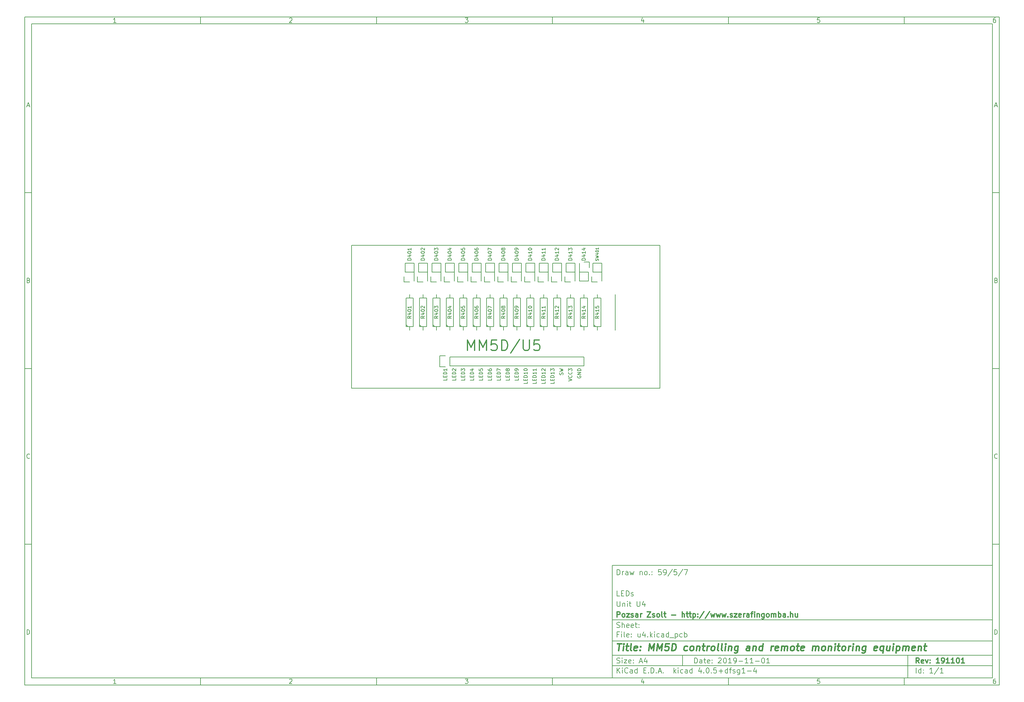
<source format=gbr>
G04 #@! TF.FileFunction,Legend,Top*
%FSLAX46Y46*%
G04 Gerber Fmt 4.6, Leading zero omitted, Abs format (unit mm)*
G04 Created by KiCad (PCBNEW 4.0.5+dfsg1-4) date Sat Feb 15 14:31:22 2020*
%MOMM*%
%LPD*%
G01*
G04 APERTURE LIST*
%ADD10C,0.150000*%
%ADD11C,0.300000*%
%ADD12C,0.400000*%
%ADD13C,0.200000*%
G04 APERTURE END LIST*
D10*
X177002200Y-166007200D02*
X177002200Y-198007200D01*
X285002200Y-198007200D01*
X285002200Y-166007200D01*
X177002200Y-166007200D01*
X10000000Y-10000000D02*
X10000000Y-200007200D01*
X287002200Y-200007200D01*
X287002200Y-10000000D01*
X10000000Y-10000000D01*
X12000000Y-12000000D02*
X12000000Y-198007200D01*
X285002200Y-198007200D01*
X285002200Y-12000000D01*
X12000000Y-12000000D01*
X60000000Y-12000000D02*
X60000000Y-10000000D01*
X110000000Y-12000000D02*
X110000000Y-10000000D01*
X160000000Y-12000000D02*
X160000000Y-10000000D01*
X210000000Y-12000000D02*
X210000000Y-10000000D01*
X260000000Y-12000000D02*
X260000000Y-10000000D01*
X35990476Y-11588095D02*
X35247619Y-11588095D01*
X35619048Y-11588095D02*
X35619048Y-10288095D01*
X35495238Y-10473810D01*
X35371429Y-10597619D01*
X35247619Y-10659524D01*
X85247619Y-10411905D02*
X85309524Y-10350000D01*
X85433333Y-10288095D01*
X85742857Y-10288095D01*
X85866667Y-10350000D01*
X85928571Y-10411905D01*
X85990476Y-10535714D01*
X85990476Y-10659524D01*
X85928571Y-10845238D01*
X85185714Y-11588095D01*
X85990476Y-11588095D01*
X135185714Y-10288095D02*
X135990476Y-10288095D01*
X135557143Y-10783333D01*
X135742857Y-10783333D01*
X135866667Y-10845238D01*
X135928571Y-10907143D01*
X135990476Y-11030952D01*
X135990476Y-11340476D01*
X135928571Y-11464286D01*
X135866667Y-11526190D01*
X135742857Y-11588095D01*
X135371429Y-11588095D01*
X135247619Y-11526190D01*
X135185714Y-11464286D01*
X185866667Y-10721429D02*
X185866667Y-11588095D01*
X185557143Y-10226190D02*
X185247619Y-11154762D01*
X186052381Y-11154762D01*
X235928571Y-10288095D02*
X235309524Y-10288095D01*
X235247619Y-10907143D01*
X235309524Y-10845238D01*
X235433333Y-10783333D01*
X235742857Y-10783333D01*
X235866667Y-10845238D01*
X235928571Y-10907143D01*
X235990476Y-11030952D01*
X235990476Y-11340476D01*
X235928571Y-11464286D01*
X235866667Y-11526190D01*
X235742857Y-11588095D01*
X235433333Y-11588095D01*
X235309524Y-11526190D01*
X235247619Y-11464286D01*
X285866667Y-10288095D02*
X285619048Y-10288095D01*
X285495238Y-10350000D01*
X285433333Y-10411905D01*
X285309524Y-10597619D01*
X285247619Y-10845238D01*
X285247619Y-11340476D01*
X285309524Y-11464286D01*
X285371429Y-11526190D01*
X285495238Y-11588095D01*
X285742857Y-11588095D01*
X285866667Y-11526190D01*
X285928571Y-11464286D01*
X285990476Y-11340476D01*
X285990476Y-11030952D01*
X285928571Y-10907143D01*
X285866667Y-10845238D01*
X285742857Y-10783333D01*
X285495238Y-10783333D01*
X285371429Y-10845238D01*
X285309524Y-10907143D01*
X285247619Y-11030952D01*
X60000000Y-198007200D02*
X60000000Y-200007200D01*
X110000000Y-198007200D02*
X110000000Y-200007200D01*
X160000000Y-198007200D02*
X160000000Y-200007200D01*
X210000000Y-198007200D02*
X210000000Y-200007200D01*
X260000000Y-198007200D02*
X260000000Y-200007200D01*
X35990476Y-199595295D02*
X35247619Y-199595295D01*
X35619048Y-199595295D02*
X35619048Y-198295295D01*
X35495238Y-198481010D01*
X35371429Y-198604819D01*
X35247619Y-198666724D01*
X85247619Y-198419105D02*
X85309524Y-198357200D01*
X85433333Y-198295295D01*
X85742857Y-198295295D01*
X85866667Y-198357200D01*
X85928571Y-198419105D01*
X85990476Y-198542914D01*
X85990476Y-198666724D01*
X85928571Y-198852438D01*
X85185714Y-199595295D01*
X85990476Y-199595295D01*
X135185714Y-198295295D02*
X135990476Y-198295295D01*
X135557143Y-198790533D01*
X135742857Y-198790533D01*
X135866667Y-198852438D01*
X135928571Y-198914343D01*
X135990476Y-199038152D01*
X135990476Y-199347676D01*
X135928571Y-199471486D01*
X135866667Y-199533390D01*
X135742857Y-199595295D01*
X135371429Y-199595295D01*
X135247619Y-199533390D01*
X135185714Y-199471486D01*
X185866667Y-198728629D02*
X185866667Y-199595295D01*
X185557143Y-198233390D02*
X185247619Y-199161962D01*
X186052381Y-199161962D01*
X235928571Y-198295295D02*
X235309524Y-198295295D01*
X235247619Y-198914343D01*
X235309524Y-198852438D01*
X235433333Y-198790533D01*
X235742857Y-198790533D01*
X235866667Y-198852438D01*
X235928571Y-198914343D01*
X235990476Y-199038152D01*
X235990476Y-199347676D01*
X235928571Y-199471486D01*
X235866667Y-199533390D01*
X235742857Y-199595295D01*
X235433333Y-199595295D01*
X235309524Y-199533390D01*
X235247619Y-199471486D01*
X285866667Y-198295295D02*
X285619048Y-198295295D01*
X285495238Y-198357200D01*
X285433333Y-198419105D01*
X285309524Y-198604819D01*
X285247619Y-198852438D01*
X285247619Y-199347676D01*
X285309524Y-199471486D01*
X285371429Y-199533390D01*
X285495238Y-199595295D01*
X285742857Y-199595295D01*
X285866667Y-199533390D01*
X285928571Y-199471486D01*
X285990476Y-199347676D01*
X285990476Y-199038152D01*
X285928571Y-198914343D01*
X285866667Y-198852438D01*
X285742857Y-198790533D01*
X285495238Y-198790533D01*
X285371429Y-198852438D01*
X285309524Y-198914343D01*
X285247619Y-199038152D01*
X10000000Y-60000000D02*
X12000000Y-60000000D01*
X10000000Y-110000000D02*
X12000000Y-110000000D01*
X10000000Y-160000000D02*
X12000000Y-160000000D01*
X10690476Y-35216667D02*
X11309524Y-35216667D01*
X10566667Y-35588095D02*
X11000000Y-34288095D01*
X11433333Y-35588095D01*
X11092857Y-84907143D02*
X11278571Y-84969048D01*
X11340476Y-85030952D01*
X11402381Y-85154762D01*
X11402381Y-85340476D01*
X11340476Y-85464286D01*
X11278571Y-85526190D01*
X11154762Y-85588095D01*
X10659524Y-85588095D01*
X10659524Y-84288095D01*
X11092857Y-84288095D01*
X11216667Y-84350000D01*
X11278571Y-84411905D01*
X11340476Y-84535714D01*
X11340476Y-84659524D01*
X11278571Y-84783333D01*
X11216667Y-84845238D01*
X11092857Y-84907143D01*
X10659524Y-84907143D01*
X11402381Y-135464286D02*
X11340476Y-135526190D01*
X11154762Y-135588095D01*
X11030952Y-135588095D01*
X10845238Y-135526190D01*
X10721429Y-135402381D01*
X10659524Y-135278571D01*
X10597619Y-135030952D01*
X10597619Y-134845238D01*
X10659524Y-134597619D01*
X10721429Y-134473810D01*
X10845238Y-134350000D01*
X11030952Y-134288095D01*
X11154762Y-134288095D01*
X11340476Y-134350000D01*
X11402381Y-134411905D01*
X10659524Y-185588095D02*
X10659524Y-184288095D01*
X10969048Y-184288095D01*
X11154762Y-184350000D01*
X11278571Y-184473810D01*
X11340476Y-184597619D01*
X11402381Y-184845238D01*
X11402381Y-185030952D01*
X11340476Y-185278571D01*
X11278571Y-185402381D01*
X11154762Y-185526190D01*
X10969048Y-185588095D01*
X10659524Y-185588095D01*
X287002200Y-60000000D02*
X285002200Y-60000000D01*
X287002200Y-110000000D02*
X285002200Y-110000000D01*
X287002200Y-160000000D02*
X285002200Y-160000000D01*
X285692676Y-35216667D02*
X286311724Y-35216667D01*
X285568867Y-35588095D02*
X286002200Y-34288095D01*
X286435533Y-35588095D01*
X286095057Y-84907143D02*
X286280771Y-84969048D01*
X286342676Y-85030952D01*
X286404581Y-85154762D01*
X286404581Y-85340476D01*
X286342676Y-85464286D01*
X286280771Y-85526190D01*
X286156962Y-85588095D01*
X285661724Y-85588095D01*
X285661724Y-84288095D01*
X286095057Y-84288095D01*
X286218867Y-84350000D01*
X286280771Y-84411905D01*
X286342676Y-84535714D01*
X286342676Y-84659524D01*
X286280771Y-84783333D01*
X286218867Y-84845238D01*
X286095057Y-84907143D01*
X285661724Y-84907143D01*
X286404581Y-135464286D02*
X286342676Y-135526190D01*
X286156962Y-135588095D01*
X286033152Y-135588095D01*
X285847438Y-135526190D01*
X285723629Y-135402381D01*
X285661724Y-135278571D01*
X285599819Y-135030952D01*
X285599819Y-134845238D01*
X285661724Y-134597619D01*
X285723629Y-134473810D01*
X285847438Y-134350000D01*
X286033152Y-134288095D01*
X286156962Y-134288095D01*
X286342676Y-134350000D01*
X286404581Y-134411905D01*
X285661724Y-185588095D02*
X285661724Y-184288095D01*
X285971248Y-184288095D01*
X286156962Y-184350000D01*
X286280771Y-184473810D01*
X286342676Y-184597619D01*
X286404581Y-184845238D01*
X286404581Y-185030952D01*
X286342676Y-185278571D01*
X286280771Y-185402381D01*
X286156962Y-185526190D01*
X285971248Y-185588095D01*
X285661724Y-185588095D01*
X200359343Y-193785771D02*
X200359343Y-192285771D01*
X200716486Y-192285771D01*
X200930771Y-192357200D01*
X201073629Y-192500057D01*
X201145057Y-192642914D01*
X201216486Y-192928629D01*
X201216486Y-193142914D01*
X201145057Y-193428629D01*
X201073629Y-193571486D01*
X200930771Y-193714343D01*
X200716486Y-193785771D01*
X200359343Y-193785771D01*
X202502200Y-193785771D02*
X202502200Y-193000057D01*
X202430771Y-192857200D01*
X202287914Y-192785771D01*
X202002200Y-192785771D01*
X201859343Y-192857200D01*
X202502200Y-193714343D02*
X202359343Y-193785771D01*
X202002200Y-193785771D01*
X201859343Y-193714343D01*
X201787914Y-193571486D01*
X201787914Y-193428629D01*
X201859343Y-193285771D01*
X202002200Y-193214343D01*
X202359343Y-193214343D01*
X202502200Y-193142914D01*
X203002200Y-192785771D02*
X203573629Y-192785771D01*
X203216486Y-192285771D02*
X203216486Y-193571486D01*
X203287914Y-193714343D01*
X203430772Y-193785771D01*
X203573629Y-193785771D01*
X204645057Y-193714343D02*
X204502200Y-193785771D01*
X204216486Y-193785771D01*
X204073629Y-193714343D01*
X204002200Y-193571486D01*
X204002200Y-193000057D01*
X204073629Y-192857200D01*
X204216486Y-192785771D01*
X204502200Y-192785771D01*
X204645057Y-192857200D01*
X204716486Y-193000057D01*
X204716486Y-193142914D01*
X204002200Y-193285771D01*
X205359343Y-193642914D02*
X205430771Y-193714343D01*
X205359343Y-193785771D01*
X205287914Y-193714343D01*
X205359343Y-193642914D01*
X205359343Y-193785771D01*
X205359343Y-192857200D02*
X205430771Y-192928629D01*
X205359343Y-193000057D01*
X205287914Y-192928629D01*
X205359343Y-192857200D01*
X205359343Y-193000057D01*
X207145057Y-192428629D02*
X207216486Y-192357200D01*
X207359343Y-192285771D01*
X207716486Y-192285771D01*
X207859343Y-192357200D01*
X207930772Y-192428629D01*
X208002200Y-192571486D01*
X208002200Y-192714343D01*
X207930772Y-192928629D01*
X207073629Y-193785771D01*
X208002200Y-193785771D01*
X208930771Y-192285771D02*
X209073628Y-192285771D01*
X209216485Y-192357200D01*
X209287914Y-192428629D01*
X209359343Y-192571486D01*
X209430771Y-192857200D01*
X209430771Y-193214343D01*
X209359343Y-193500057D01*
X209287914Y-193642914D01*
X209216485Y-193714343D01*
X209073628Y-193785771D01*
X208930771Y-193785771D01*
X208787914Y-193714343D01*
X208716485Y-193642914D01*
X208645057Y-193500057D01*
X208573628Y-193214343D01*
X208573628Y-192857200D01*
X208645057Y-192571486D01*
X208716485Y-192428629D01*
X208787914Y-192357200D01*
X208930771Y-192285771D01*
X210859342Y-193785771D02*
X210002199Y-193785771D01*
X210430771Y-193785771D02*
X210430771Y-192285771D01*
X210287914Y-192500057D01*
X210145056Y-192642914D01*
X210002199Y-192714343D01*
X211573627Y-193785771D02*
X211859342Y-193785771D01*
X212002199Y-193714343D01*
X212073627Y-193642914D01*
X212216485Y-193428629D01*
X212287913Y-193142914D01*
X212287913Y-192571486D01*
X212216485Y-192428629D01*
X212145056Y-192357200D01*
X212002199Y-192285771D01*
X211716485Y-192285771D01*
X211573627Y-192357200D01*
X211502199Y-192428629D01*
X211430770Y-192571486D01*
X211430770Y-192928629D01*
X211502199Y-193071486D01*
X211573627Y-193142914D01*
X211716485Y-193214343D01*
X212002199Y-193214343D01*
X212145056Y-193142914D01*
X212216485Y-193071486D01*
X212287913Y-192928629D01*
X212930770Y-193214343D02*
X214073627Y-193214343D01*
X215573627Y-193785771D02*
X214716484Y-193785771D01*
X215145056Y-193785771D02*
X215145056Y-192285771D01*
X215002199Y-192500057D01*
X214859341Y-192642914D01*
X214716484Y-192714343D01*
X217002198Y-193785771D02*
X216145055Y-193785771D01*
X216573627Y-193785771D02*
X216573627Y-192285771D01*
X216430770Y-192500057D01*
X216287912Y-192642914D01*
X216145055Y-192714343D01*
X217645055Y-193214343D02*
X218787912Y-193214343D01*
X219787912Y-192285771D02*
X219930769Y-192285771D01*
X220073626Y-192357200D01*
X220145055Y-192428629D01*
X220216484Y-192571486D01*
X220287912Y-192857200D01*
X220287912Y-193214343D01*
X220216484Y-193500057D01*
X220145055Y-193642914D01*
X220073626Y-193714343D01*
X219930769Y-193785771D01*
X219787912Y-193785771D01*
X219645055Y-193714343D01*
X219573626Y-193642914D01*
X219502198Y-193500057D01*
X219430769Y-193214343D01*
X219430769Y-192857200D01*
X219502198Y-192571486D01*
X219573626Y-192428629D01*
X219645055Y-192357200D01*
X219787912Y-192285771D01*
X221716483Y-193785771D02*
X220859340Y-193785771D01*
X221287912Y-193785771D02*
X221287912Y-192285771D01*
X221145055Y-192500057D01*
X221002197Y-192642914D01*
X220859340Y-192714343D01*
X177002200Y-194507200D02*
X285002200Y-194507200D01*
X178359343Y-196585771D02*
X178359343Y-195085771D01*
X179216486Y-196585771D02*
X178573629Y-195728629D01*
X179216486Y-195085771D02*
X178359343Y-195942914D01*
X179859343Y-196585771D02*
X179859343Y-195585771D01*
X179859343Y-195085771D02*
X179787914Y-195157200D01*
X179859343Y-195228629D01*
X179930771Y-195157200D01*
X179859343Y-195085771D01*
X179859343Y-195228629D01*
X181430772Y-196442914D02*
X181359343Y-196514343D01*
X181145057Y-196585771D01*
X181002200Y-196585771D01*
X180787915Y-196514343D01*
X180645057Y-196371486D01*
X180573629Y-196228629D01*
X180502200Y-195942914D01*
X180502200Y-195728629D01*
X180573629Y-195442914D01*
X180645057Y-195300057D01*
X180787915Y-195157200D01*
X181002200Y-195085771D01*
X181145057Y-195085771D01*
X181359343Y-195157200D01*
X181430772Y-195228629D01*
X182716486Y-196585771D02*
X182716486Y-195800057D01*
X182645057Y-195657200D01*
X182502200Y-195585771D01*
X182216486Y-195585771D01*
X182073629Y-195657200D01*
X182716486Y-196514343D02*
X182573629Y-196585771D01*
X182216486Y-196585771D01*
X182073629Y-196514343D01*
X182002200Y-196371486D01*
X182002200Y-196228629D01*
X182073629Y-196085771D01*
X182216486Y-196014343D01*
X182573629Y-196014343D01*
X182716486Y-195942914D01*
X184073629Y-196585771D02*
X184073629Y-195085771D01*
X184073629Y-196514343D02*
X183930772Y-196585771D01*
X183645058Y-196585771D01*
X183502200Y-196514343D01*
X183430772Y-196442914D01*
X183359343Y-196300057D01*
X183359343Y-195871486D01*
X183430772Y-195728629D01*
X183502200Y-195657200D01*
X183645058Y-195585771D01*
X183930772Y-195585771D01*
X184073629Y-195657200D01*
X185930772Y-195800057D02*
X186430772Y-195800057D01*
X186645058Y-196585771D02*
X185930772Y-196585771D01*
X185930772Y-195085771D01*
X186645058Y-195085771D01*
X187287915Y-196442914D02*
X187359343Y-196514343D01*
X187287915Y-196585771D01*
X187216486Y-196514343D01*
X187287915Y-196442914D01*
X187287915Y-196585771D01*
X188002201Y-196585771D02*
X188002201Y-195085771D01*
X188359344Y-195085771D01*
X188573629Y-195157200D01*
X188716487Y-195300057D01*
X188787915Y-195442914D01*
X188859344Y-195728629D01*
X188859344Y-195942914D01*
X188787915Y-196228629D01*
X188716487Y-196371486D01*
X188573629Y-196514343D01*
X188359344Y-196585771D01*
X188002201Y-196585771D01*
X189502201Y-196442914D02*
X189573629Y-196514343D01*
X189502201Y-196585771D01*
X189430772Y-196514343D01*
X189502201Y-196442914D01*
X189502201Y-196585771D01*
X190145058Y-196157200D02*
X190859344Y-196157200D01*
X190002201Y-196585771D02*
X190502201Y-195085771D01*
X191002201Y-196585771D01*
X191502201Y-196442914D02*
X191573629Y-196514343D01*
X191502201Y-196585771D01*
X191430772Y-196514343D01*
X191502201Y-196442914D01*
X191502201Y-196585771D01*
X194502201Y-196585771D02*
X194502201Y-195085771D01*
X194645058Y-196014343D02*
X195073629Y-196585771D01*
X195073629Y-195585771D02*
X194502201Y-196157200D01*
X195716487Y-196585771D02*
X195716487Y-195585771D01*
X195716487Y-195085771D02*
X195645058Y-195157200D01*
X195716487Y-195228629D01*
X195787915Y-195157200D01*
X195716487Y-195085771D01*
X195716487Y-195228629D01*
X197073630Y-196514343D02*
X196930773Y-196585771D01*
X196645059Y-196585771D01*
X196502201Y-196514343D01*
X196430773Y-196442914D01*
X196359344Y-196300057D01*
X196359344Y-195871486D01*
X196430773Y-195728629D01*
X196502201Y-195657200D01*
X196645059Y-195585771D01*
X196930773Y-195585771D01*
X197073630Y-195657200D01*
X198359344Y-196585771D02*
X198359344Y-195800057D01*
X198287915Y-195657200D01*
X198145058Y-195585771D01*
X197859344Y-195585771D01*
X197716487Y-195657200D01*
X198359344Y-196514343D02*
X198216487Y-196585771D01*
X197859344Y-196585771D01*
X197716487Y-196514343D01*
X197645058Y-196371486D01*
X197645058Y-196228629D01*
X197716487Y-196085771D01*
X197859344Y-196014343D01*
X198216487Y-196014343D01*
X198359344Y-195942914D01*
X199716487Y-196585771D02*
X199716487Y-195085771D01*
X199716487Y-196514343D02*
X199573630Y-196585771D01*
X199287916Y-196585771D01*
X199145058Y-196514343D01*
X199073630Y-196442914D01*
X199002201Y-196300057D01*
X199002201Y-195871486D01*
X199073630Y-195728629D01*
X199145058Y-195657200D01*
X199287916Y-195585771D01*
X199573630Y-195585771D01*
X199716487Y-195657200D01*
X202216487Y-195585771D02*
X202216487Y-196585771D01*
X201859344Y-195014343D02*
X201502201Y-196085771D01*
X202430773Y-196085771D01*
X203002201Y-196442914D02*
X203073629Y-196514343D01*
X203002201Y-196585771D01*
X202930772Y-196514343D01*
X203002201Y-196442914D01*
X203002201Y-196585771D01*
X204002201Y-195085771D02*
X204145058Y-195085771D01*
X204287915Y-195157200D01*
X204359344Y-195228629D01*
X204430773Y-195371486D01*
X204502201Y-195657200D01*
X204502201Y-196014343D01*
X204430773Y-196300057D01*
X204359344Y-196442914D01*
X204287915Y-196514343D01*
X204145058Y-196585771D01*
X204002201Y-196585771D01*
X203859344Y-196514343D01*
X203787915Y-196442914D01*
X203716487Y-196300057D01*
X203645058Y-196014343D01*
X203645058Y-195657200D01*
X203716487Y-195371486D01*
X203787915Y-195228629D01*
X203859344Y-195157200D01*
X204002201Y-195085771D01*
X205145058Y-196442914D02*
X205216486Y-196514343D01*
X205145058Y-196585771D01*
X205073629Y-196514343D01*
X205145058Y-196442914D01*
X205145058Y-196585771D01*
X206573630Y-195085771D02*
X205859344Y-195085771D01*
X205787915Y-195800057D01*
X205859344Y-195728629D01*
X206002201Y-195657200D01*
X206359344Y-195657200D01*
X206502201Y-195728629D01*
X206573630Y-195800057D01*
X206645058Y-195942914D01*
X206645058Y-196300057D01*
X206573630Y-196442914D01*
X206502201Y-196514343D01*
X206359344Y-196585771D01*
X206002201Y-196585771D01*
X205859344Y-196514343D01*
X205787915Y-196442914D01*
X207287915Y-196014343D02*
X208430772Y-196014343D01*
X207859343Y-196585771D02*
X207859343Y-195442914D01*
X209787915Y-196585771D02*
X209787915Y-195085771D01*
X209787915Y-196514343D02*
X209645058Y-196585771D01*
X209359344Y-196585771D01*
X209216486Y-196514343D01*
X209145058Y-196442914D01*
X209073629Y-196300057D01*
X209073629Y-195871486D01*
X209145058Y-195728629D01*
X209216486Y-195657200D01*
X209359344Y-195585771D01*
X209645058Y-195585771D01*
X209787915Y-195657200D01*
X210287915Y-195585771D02*
X210859344Y-195585771D01*
X210502201Y-196585771D02*
X210502201Y-195300057D01*
X210573629Y-195157200D01*
X210716487Y-195085771D01*
X210859344Y-195085771D01*
X211287915Y-196514343D02*
X211430772Y-196585771D01*
X211716487Y-196585771D01*
X211859344Y-196514343D01*
X211930772Y-196371486D01*
X211930772Y-196300057D01*
X211859344Y-196157200D01*
X211716487Y-196085771D01*
X211502201Y-196085771D01*
X211359344Y-196014343D01*
X211287915Y-195871486D01*
X211287915Y-195800057D01*
X211359344Y-195657200D01*
X211502201Y-195585771D01*
X211716487Y-195585771D01*
X211859344Y-195657200D01*
X213216487Y-195585771D02*
X213216487Y-196800057D01*
X213145058Y-196942914D01*
X213073630Y-197014343D01*
X212930773Y-197085771D01*
X212716487Y-197085771D01*
X212573630Y-197014343D01*
X213216487Y-196514343D02*
X213073630Y-196585771D01*
X212787916Y-196585771D01*
X212645058Y-196514343D01*
X212573630Y-196442914D01*
X212502201Y-196300057D01*
X212502201Y-195871486D01*
X212573630Y-195728629D01*
X212645058Y-195657200D01*
X212787916Y-195585771D01*
X213073630Y-195585771D01*
X213216487Y-195657200D01*
X214716487Y-196585771D02*
X213859344Y-196585771D01*
X214287916Y-196585771D02*
X214287916Y-195085771D01*
X214145059Y-195300057D01*
X214002201Y-195442914D01*
X213859344Y-195514343D01*
X215359344Y-196014343D02*
X216502201Y-196014343D01*
X217859344Y-195585771D02*
X217859344Y-196585771D01*
X217502201Y-195014343D02*
X217145058Y-196085771D01*
X218073630Y-196085771D01*
X177002200Y-191507200D02*
X285002200Y-191507200D01*
D11*
X264216486Y-193785771D02*
X263716486Y-193071486D01*
X263359343Y-193785771D02*
X263359343Y-192285771D01*
X263930771Y-192285771D01*
X264073629Y-192357200D01*
X264145057Y-192428629D01*
X264216486Y-192571486D01*
X264216486Y-192785771D01*
X264145057Y-192928629D01*
X264073629Y-193000057D01*
X263930771Y-193071486D01*
X263359343Y-193071486D01*
X265430771Y-193714343D02*
X265287914Y-193785771D01*
X265002200Y-193785771D01*
X264859343Y-193714343D01*
X264787914Y-193571486D01*
X264787914Y-193000057D01*
X264859343Y-192857200D01*
X265002200Y-192785771D01*
X265287914Y-192785771D01*
X265430771Y-192857200D01*
X265502200Y-193000057D01*
X265502200Y-193142914D01*
X264787914Y-193285771D01*
X266002200Y-192785771D02*
X266359343Y-193785771D01*
X266716485Y-192785771D01*
X267287914Y-193642914D02*
X267359342Y-193714343D01*
X267287914Y-193785771D01*
X267216485Y-193714343D01*
X267287914Y-193642914D01*
X267287914Y-193785771D01*
X267287914Y-192857200D02*
X267359342Y-192928629D01*
X267287914Y-193000057D01*
X267216485Y-192928629D01*
X267287914Y-192857200D01*
X267287914Y-193000057D01*
X269930771Y-193785771D02*
X269073628Y-193785771D01*
X269502200Y-193785771D02*
X269502200Y-192285771D01*
X269359343Y-192500057D01*
X269216485Y-192642914D01*
X269073628Y-192714343D01*
X270645056Y-193785771D02*
X270930771Y-193785771D01*
X271073628Y-193714343D01*
X271145056Y-193642914D01*
X271287914Y-193428629D01*
X271359342Y-193142914D01*
X271359342Y-192571486D01*
X271287914Y-192428629D01*
X271216485Y-192357200D01*
X271073628Y-192285771D01*
X270787914Y-192285771D01*
X270645056Y-192357200D01*
X270573628Y-192428629D01*
X270502199Y-192571486D01*
X270502199Y-192928629D01*
X270573628Y-193071486D01*
X270645056Y-193142914D01*
X270787914Y-193214343D01*
X271073628Y-193214343D01*
X271216485Y-193142914D01*
X271287914Y-193071486D01*
X271359342Y-192928629D01*
X272787913Y-193785771D02*
X271930770Y-193785771D01*
X272359342Y-193785771D02*
X272359342Y-192285771D01*
X272216485Y-192500057D01*
X272073627Y-192642914D01*
X271930770Y-192714343D01*
X274216484Y-193785771D02*
X273359341Y-193785771D01*
X273787913Y-193785771D02*
X273787913Y-192285771D01*
X273645056Y-192500057D01*
X273502198Y-192642914D01*
X273359341Y-192714343D01*
X275145055Y-192285771D02*
X275287912Y-192285771D01*
X275430769Y-192357200D01*
X275502198Y-192428629D01*
X275573627Y-192571486D01*
X275645055Y-192857200D01*
X275645055Y-193214343D01*
X275573627Y-193500057D01*
X275502198Y-193642914D01*
X275430769Y-193714343D01*
X275287912Y-193785771D01*
X275145055Y-193785771D01*
X275002198Y-193714343D01*
X274930769Y-193642914D01*
X274859341Y-193500057D01*
X274787912Y-193214343D01*
X274787912Y-192857200D01*
X274859341Y-192571486D01*
X274930769Y-192428629D01*
X275002198Y-192357200D01*
X275145055Y-192285771D01*
X277073626Y-193785771D02*
X276216483Y-193785771D01*
X276645055Y-193785771D02*
X276645055Y-192285771D01*
X276502198Y-192500057D01*
X276359340Y-192642914D01*
X276216483Y-192714343D01*
D10*
X178287914Y-193714343D02*
X178502200Y-193785771D01*
X178859343Y-193785771D01*
X179002200Y-193714343D01*
X179073629Y-193642914D01*
X179145057Y-193500057D01*
X179145057Y-193357200D01*
X179073629Y-193214343D01*
X179002200Y-193142914D01*
X178859343Y-193071486D01*
X178573629Y-193000057D01*
X178430771Y-192928629D01*
X178359343Y-192857200D01*
X178287914Y-192714343D01*
X178287914Y-192571486D01*
X178359343Y-192428629D01*
X178430771Y-192357200D01*
X178573629Y-192285771D01*
X178930771Y-192285771D01*
X179145057Y-192357200D01*
X179787914Y-193785771D02*
X179787914Y-192785771D01*
X179787914Y-192285771D02*
X179716485Y-192357200D01*
X179787914Y-192428629D01*
X179859342Y-192357200D01*
X179787914Y-192285771D01*
X179787914Y-192428629D01*
X180359343Y-192785771D02*
X181145057Y-192785771D01*
X180359343Y-193785771D01*
X181145057Y-193785771D01*
X182287914Y-193714343D02*
X182145057Y-193785771D01*
X181859343Y-193785771D01*
X181716486Y-193714343D01*
X181645057Y-193571486D01*
X181645057Y-193000057D01*
X181716486Y-192857200D01*
X181859343Y-192785771D01*
X182145057Y-192785771D01*
X182287914Y-192857200D01*
X182359343Y-193000057D01*
X182359343Y-193142914D01*
X181645057Y-193285771D01*
X183002200Y-193642914D02*
X183073628Y-193714343D01*
X183002200Y-193785771D01*
X182930771Y-193714343D01*
X183002200Y-193642914D01*
X183002200Y-193785771D01*
X183002200Y-192857200D02*
X183073628Y-192928629D01*
X183002200Y-193000057D01*
X182930771Y-192928629D01*
X183002200Y-192857200D01*
X183002200Y-193000057D01*
X184787914Y-193357200D02*
X185502200Y-193357200D01*
X184645057Y-193785771D02*
X185145057Y-192285771D01*
X185645057Y-193785771D01*
X186787914Y-192785771D02*
X186787914Y-193785771D01*
X186430771Y-192214343D02*
X186073628Y-193285771D01*
X187002200Y-193285771D01*
X263359343Y-196585771D02*
X263359343Y-195085771D01*
X264716486Y-196585771D02*
X264716486Y-195085771D01*
X264716486Y-196514343D02*
X264573629Y-196585771D01*
X264287915Y-196585771D01*
X264145057Y-196514343D01*
X264073629Y-196442914D01*
X264002200Y-196300057D01*
X264002200Y-195871486D01*
X264073629Y-195728629D01*
X264145057Y-195657200D01*
X264287915Y-195585771D01*
X264573629Y-195585771D01*
X264716486Y-195657200D01*
X265430772Y-196442914D02*
X265502200Y-196514343D01*
X265430772Y-196585771D01*
X265359343Y-196514343D01*
X265430772Y-196442914D01*
X265430772Y-196585771D01*
X265430772Y-195657200D02*
X265502200Y-195728629D01*
X265430772Y-195800057D01*
X265359343Y-195728629D01*
X265430772Y-195657200D01*
X265430772Y-195800057D01*
X268073629Y-196585771D02*
X267216486Y-196585771D01*
X267645058Y-196585771D02*
X267645058Y-195085771D01*
X267502201Y-195300057D01*
X267359343Y-195442914D01*
X267216486Y-195514343D01*
X269787914Y-195014343D02*
X268502200Y-196942914D01*
X271073629Y-196585771D02*
X270216486Y-196585771D01*
X270645058Y-196585771D02*
X270645058Y-195085771D01*
X270502201Y-195300057D01*
X270359343Y-195442914D01*
X270216486Y-195514343D01*
X177002200Y-187507200D02*
X285002200Y-187507200D01*
D12*
X178454581Y-188211962D02*
X179597438Y-188211962D01*
X178776010Y-190211962D02*
X179026010Y-188211962D01*
X180014105Y-190211962D02*
X180180771Y-188878629D01*
X180264105Y-188211962D02*
X180156962Y-188307200D01*
X180240295Y-188402438D01*
X180347439Y-188307200D01*
X180264105Y-188211962D01*
X180240295Y-188402438D01*
X180847438Y-188878629D02*
X181609343Y-188878629D01*
X181216486Y-188211962D02*
X181002200Y-189926248D01*
X181073630Y-190116724D01*
X181252201Y-190211962D01*
X181442677Y-190211962D01*
X182395058Y-190211962D02*
X182216487Y-190116724D01*
X182145057Y-189926248D01*
X182359343Y-188211962D01*
X183930772Y-190116724D02*
X183728391Y-190211962D01*
X183347439Y-190211962D01*
X183168867Y-190116724D01*
X183097438Y-189926248D01*
X183192676Y-189164343D01*
X183311724Y-188973867D01*
X183514105Y-188878629D01*
X183895057Y-188878629D01*
X184073629Y-188973867D01*
X184145057Y-189164343D01*
X184121248Y-189354819D01*
X183145057Y-189545295D01*
X184895057Y-190021486D02*
X184978392Y-190116724D01*
X184871248Y-190211962D01*
X184787915Y-190116724D01*
X184895057Y-190021486D01*
X184871248Y-190211962D01*
X185026010Y-188973867D02*
X185109344Y-189069105D01*
X185002200Y-189164343D01*
X184918867Y-189069105D01*
X185026010Y-188973867D01*
X185002200Y-189164343D01*
X187347439Y-190211962D02*
X187597439Y-188211962D01*
X188085534Y-189640533D01*
X188930773Y-188211962D01*
X188680773Y-190211962D01*
X189633153Y-190211962D02*
X189883153Y-188211962D01*
X190371248Y-189640533D01*
X191216487Y-188211962D01*
X190966487Y-190211962D01*
X193121248Y-188211962D02*
X192168867Y-188211962D01*
X191954581Y-189164343D01*
X192061724Y-189069105D01*
X192264106Y-188973867D01*
X192740296Y-188973867D01*
X192918867Y-189069105D01*
X193002200Y-189164343D01*
X193073630Y-189354819D01*
X193014106Y-189831010D01*
X192895057Y-190021486D01*
X192787915Y-190116724D01*
X192585534Y-190211962D01*
X192109344Y-190211962D01*
X191930772Y-190116724D01*
X191847438Y-190021486D01*
X193823629Y-190211962D02*
X194073629Y-188211962D01*
X194549820Y-188211962D01*
X194823629Y-188307200D01*
X194990296Y-188497676D01*
X195061725Y-188688152D01*
X195109344Y-189069105D01*
X195073630Y-189354819D01*
X194930773Y-189735771D01*
X194811724Y-189926248D01*
X194597439Y-190116724D01*
X194299820Y-190211962D01*
X193823629Y-190211962D01*
X198216487Y-190116724D02*
X198014106Y-190211962D01*
X197633154Y-190211962D01*
X197454583Y-190116724D01*
X197371248Y-190021486D01*
X197299820Y-189831010D01*
X197371248Y-189259581D01*
X197490296Y-189069105D01*
X197597440Y-188973867D01*
X197799820Y-188878629D01*
X198180772Y-188878629D01*
X198359344Y-188973867D01*
X199347440Y-190211962D02*
X199168869Y-190116724D01*
X199085534Y-190021486D01*
X199014106Y-189831010D01*
X199085534Y-189259581D01*
X199204582Y-189069105D01*
X199311726Y-188973867D01*
X199514106Y-188878629D01*
X199799820Y-188878629D01*
X199978392Y-188973867D01*
X200061725Y-189069105D01*
X200133153Y-189259581D01*
X200061725Y-189831010D01*
X199942677Y-190021486D01*
X199835535Y-190116724D01*
X199633154Y-190211962D01*
X199347440Y-190211962D01*
X201037915Y-188878629D02*
X200871249Y-190211962D01*
X201014106Y-189069105D02*
X201121250Y-188973867D01*
X201323630Y-188878629D01*
X201609344Y-188878629D01*
X201787916Y-188973867D01*
X201859344Y-189164343D01*
X201728392Y-190211962D01*
X202561725Y-188878629D02*
X203323630Y-188878629D01*
X202930773Y-188211962D02*
X202716487Y-189926248D01*
X202787917Y-190116724D01*
X202966488Y-190211962D01*
X203156964Y-190211962D01*
X203823630Y-190211962D02*
X203990296Y-188878629D01*
X203942677Y-189259581D02*
X204061726Y-189069105D01*
X204168869Y-188973867D01*
X204371249Y-188878629D01*
X204561725Y-188878629D01*
X205347440Y-190211962D02*
X205168869Y-190116724D01*
X205085534Y-190021486D01*
X205014106Y-189831010D01*
X205085534Y-189259581D01*
X205204582Y-189069105D01*
X205311726Y-188973867D01*
X205514106Y-188878629D01*
X205799820Y-188878629D01*
X205978392Y-188973867D01*
X206061725Y-189069105D01*
X206133153Y-189259581D01*
X206061725Y-189831010D01*
X205942677Y-190021486D01*
X205835535Y-190116724D01*
X205633154Y-190211962D01*
X205347440Y-190211962D01*
X207156964Y-190211962D02*
X206978393Y-190116724D01*
X206906963Y-189926248D01*
X207121249Y-188211962D01*
X208204583Y-190211962D02*
X208026012Y-190116724D01*
X207954582Y-189926248D01*
X208168868Y-188211962D01*
X208966487Y-190211962D02*
X209133153Y-188878629D01*
X209216487Y-188211962D02*
X209109344Y-188307200D01*
X209192677Y-188402438D01*
X209299821Y-188307200D01*
X209216487Y-188211962D01*
X209192677Y-188402438D01*
X210085534Y-188878629D02*
X209918868Y-190211962D01*
X210061725Y-189069105D02*
X210168869Y-188973867D01*
X210371249Y-188878629D01*
X210656963Y-188878629D01*
X210835535Y-188973867D01*
X210906963Y-189164343D01*
X210776011Y-190211962D01*
X212752201Y-188878629D02*
X212549820Y-190497676D01*
X212430773Y-190688152D01*
X212323630Y-190783390D01*
X212121249Y-190878629D01*
X211835535Y-190878629D01*
X211656963Y-190783390D01*
X212597440Y-190116724D02*
X212395059Y-190211962D01*
X212014107Y-190211962D01*
X211835536Y-190116724D01*
X211752201Y-190021486D01*
X211680773Y-189831010D01*
X211752201Y-189259581D01*
X211871249Y-189069105D01*
X211978393Y-188973867D01*
X212180773Y-188878629D01*
X212561725Y-188878629D01*
X212740297Y-188973867D01*
X215918869Y-190211962D02*
X216049821Y-189164343D01*
X215978393Y-188973867D01*
X215799821Y-188878629D01*
X215418869Y-188878629D01*
X215216488Y-188973867D01*
X215930774Y-190116724D02*
X215728393Y-190211962D01*
X215252203Y-190211962D01*
X215073631Y-190116724D01*
X215002202Y-189926248D01*
X215026012Y-189735771D01*
X215145059Y-189545295D01*
X215347441Y-189450057D01*
X215823631Y-189450057D01*
X216026012Y-189354819D01*
X217037916Y-188878629D02*
X216871250Y-190211962D01*
X217014107Y-189069105D02*
X217121251Y-188973867D01*
X217323631Y-188878629D01*
X217609345Y-188878629D01*
X217787917Y-188973867D01*
X217859345Y-189164343D01*
X217728393Y-190211962D01*
X219537917Y-190211962D02*
X219787917Y-188211962D01*
X219549822Y-190116724D02*
X219347441Y-190211962D01*
X218966489Y-190211962D01*
X218787918Y-190116724D01*
X218704583Y-190021486D01*
X218633155Y-189831010D01*
X218704583Y-189259581D01*
X218823631Y-189069105D01*
X218930775Y-188973867D01*
X219133155Y-188878629D01*
X219514107Y-188878629D01*
X219692679Y-188973867D01*
X222014108Y-190211962D02*
X222180774Y-188878629D01*
X222133155Y-189259581D02*
X222252204Y-189069105D01*
X222359347Y-188973867D01*
X222561727Y-188878629D01*
X222752203Y-188878629D01*
X224026013Y-190116724D02*
X223823632Y-190211962D01*
X223442680Y-190211962D01*
X223264108Y-190116724D01*
X223192679Y-189926248D01*
X223287917Y-189164343D01*
X223406965Y-188973867D01*
X223609346Y-188878629D01*
X223990298Y-188878629D01*
X224168870Y-188973867D01*
X224240298Y-189164343D01*
X224216489Y-189354819D01*
X223240298Y-189545295D01*
X224966489Y-190211962D02*
X225133155Y-188878629D01*
X225109346Y-189069105D02*
X225216490Y-188973867D01*
X225418870Y-188878629D01*
X225704584Y-188878629D01*
X225883156Y-188973867D01*
X225954584Y-189164343D01*
X225823632Y-190211962D01*
X225954584Y-189164343D02*
X226073632Y-188973867D01*
X226276013Y-188878629D01*
X226561727Y-188878629D01*
X226740299Y-188973867D01*
X226811727Y-189164343D01*
X226680775Y-190211962D01*
X227918871Y-190211962D02*
X227740300Y-190116724D01*
X227656965Y-190021486D01*
X227585537Y-189831010D01*
X227656965Y-189259581D01*
X227776013Y-189069105D01*
X227883157Y-188973867D01*
X228085537Y-188878629D01*
X228371251Y-188878629D01*
X228549823Y-188973867D01*
X228633156Y-189069105D01*
X228704584Y-189259581D01*
X228633156Y-189831010D01*
X228514108Y-190021486D01*
X228406966Y-190116724D01*
X228204585Y-190211962D01*
X227918871Y-190211962D01*
X229323632Y-188878629D02*
X230085537Y-188878629D01*
X229692680Y-188211962D02*
X229478394Y-189926248D01*
X229549824Y-190116724D01*
X229728395Y-190211962D01*
X229918871Y-190211962D01*
X231359347Y-190116724D02*
X231156966Y-190211962D01*
X230776014Y-190211962D01*
X230597442Y-190116724D01*
X230526013Y-189926248D01*
X230621251Y-189164343D01*
X230740299Y-188973867D01*
X230942680Y-188878629D01*
X231323632Y-188878629D01*
X231502204Y-188973867D01*
X231573632Y-189164343D01*
X231549823Y-189354819D01*
X230573632Y-189545295D01*
X233823633Y-190211962D02*
X233990299Y-188878629D01*
X233966490Y-189069105D02*
X234073634Y-188973867D01*
X234276014Y-188878629D01*
X234561728Y-188878629D01*
X234740300Y-188973867D01*
X234811728Y-189164343D01*
X234680776Y-190211962D01*
X234811728Y-189164343D02*
X234930776Y-188973867D01*
X235133157Y-188878629D01*
X235418871Y-188878629D01*
X235597443Y-188973867D01*
X235668871Y-189164343D01*
X235537919Y-190211962D01*
X236776015Y-190211962D02*
X236597444Y-190116724D01*
X236514109Y-190021486D01*
X236442681Y-189831010D01*
X236514109Y-189259581D01*
X236633157Y-189069105D01*
X236740301Y-188973867D01*
X236942681Y-188878629D01*
X237228395Y-188878629D01*
X237406967Y-188973867D01*
X237490300Y-189069105D01*
X237561728Y-189259581D01*
X237490300Y-189831010D01*
X237371252Y-190021486D01*
X237264110Y-190116724D01*
X237061729Y-190211962D01*
X236776015Y-190211962D01*
X238466490Y-188878629D02*
X238299824Y-190211962D01*
X238442681Y-189069105D02*
X238549825Y-188973867D01*
X238752205Y-188878629D01*
X239037919Y-188878629D01*
X239216491Y-188973867D01*
X239287919Y-189164343D01*
X239156967Y-190211962D01*
X240109348Y-190211962D02*
X240276014Y-188878629D01*
X240359348Y-188211962D02*
X240252205Y-188307200D01*
X240335538Y-188402438D01*
X240442682Y-188307200D01*
X240359348Y-188211962D01*
X240335538Y-188402438D01*
X240942681Y-188878629D02*
X241704586Y-188878629D01*
X241311729Y-188211962D02*
X241097443Y-189926248D01*
X241168873Y-190116724D01*
X241347444Y-190211962D01*
X241537920Y-190211962D01*
X242490301Y-190211962D02*
X242311730Y-190116724D01*
X242228395Y-190021486D01*
X242156967Y-189831010D01*
X242228395Y-189259581D01*
X242347443Y-189069105D01*
X242454587Y-188973867D01*
X242656967Y-188878629D01*
X242942681Y-188878629D01*
X243121253Y-188973867D01*
X243204586Y-189069105D01*
X243276014Y-189259581D01*
X243204586Y-189831010D01*
X243085538Y-190021486D01*
X242978396Y-190116724D01*
X242776015Y-190211962D01*
X242490301Y-190211962D01*
X244014110Y-190211962D02*
X244180776Y-188878629D01*
X244133157Y-189259581D02*
X244252206Y-189069105D01*
X244359349Y-188973867D01*
X244561729Y-188878629D01*
X244752205Y-188878629D01*
X245252205Y-190211962D02*
X245418871Y-188878629D01*
X245502205Y-188211962D02*
X245395062Y-188307200D01*
X245478395Y-188402438D01*
X245585539Y-188307200D01*
X245502205Y-188211962D01*
X245478395Y-188402438D01*
X246371252Y-188878629D02*
X246204586Y-190211962D01*
X246347443Y-189069105D02*
X246454587Y-188973867D01*
X246656967Y-188878629D01*
X246942681Y-188878629D01*
X247121253Y-188973867D01*
X247192681Y-189164343D01*
X247061729Y-190211962D01*
X249037919Y-188878629D02*
X248835538Y-190497676D01*
X248716491Y-190688152D01*
X248609348Y-190783390D01*
X248406967Y-190878629D01*
X248121253Y-190878629D01*
X247942681Y-190783390D01*
X248883158Y-190116724D02*
X248680777Y-190211962D01*
X248299825Y-190211962D01*
X248121254Y-190116724D01*
X248037919Y-190021486D01*
X247966491Y-189831010D01*
X248037919Y-189259581D01*
X248156967Y-189069105D01*
X248264111Y-188973867D01*
X248466491Y-188878629D01*
X248847443Y-188878629D01*
X249026015Y-188973867D01*
X252121254Y-190116724D02*
X251918873Y-190211962D01*
X251537921Y-190211962D01*
X251359349Y-190116724D01*
X251287920Y-189926248D01*
X251383158Y-189164343D01*
X251502206Y-188973867D01*
X251704587Y-188878629D01*
X252085539Y-188878629D01*
X252264111Y-188973867D01*
X252335539Y-189164343D01*
X252311730Y-189354819D01*
X251335539Y-189545295D01*
X254085539Y-188878629D02*
X253835539Y-190878629D01*
X253930778Y-190116724D02*
X253728397Y-190211962D01*
X253347445Y-190211962D01*
X253168874Y-190116724D01*
X253085539Y-190021486D01*
X253014111Y-189831010D01*
X253085539Y-189259581D01*
X253204587Y-189069105D01*
X253311731Y-188973867D01*
X253514111Y-188878629D01*
X253895063Y-188878629D01*
X254073635Y-188973867D01*
X255895063Y-188878629D02*
X255728397Y-190211962D01*
X255037920Y-188878629D02*
X254906968Y-189926248D01*
X254978398Y-190116724D01*
X255156969Y-190211962D01*
X255442683Y-190211962D01*
X255645064Y-190116724D01*
X255752206Y-190021486D01*
X256680778Y-190211962D02*
X256847444Y-188878629D01*
X256930778Y-188211962D02*
X256823635Y-188307200D01*
X256906968Y-188402438D01*
X257014112Y-188307200D01*
X256930778Y-188211962D01*
X256906968Y-188402438D01*
X257799825Y-188878629D02*
X257549825Y-190878629D01*
X257787921Y-188973867D02*
X257990302Y-188878629D01*
X258371254Y-188878629D01*
X258549826Y-188973867D01*
X258633159Y-189069105D01*
X258704587Y-189259581D01*
X258633159Y-189831010D01*
X258514111Y-190021486D01*
X258406969Y-190116724D01*
X258204588Y-190211962D01*
X257823636Y-190211962D01*
X257645064Y-190116724D01*
X259442683Y-190211962D02*
X259609349Y-188878629D01*
X259585540Y-189069105D02*
X259692684Y-188973867D01*
X259895064Y-188878629D01*
X260180778Y-188878629D01*
X260359350Y-188973867D01*
X260430778Y-189164343D01*
X260299826Y-190211962D01*
X260430778Y-189164343D02*
X260549826Y-188973867D01*
X260752207Y-188878629D01*
X261037921Y-188878629D01*
X261216493Y-188973867D01*
X261287921Y-189164343D01*
X261156969Y-190211962D01*
X262883160Y-190116724D02*
X262680779Y-190211962D01*
X262299827Y-190211962D01*
X262121255Y-190116724D01*
X262049826Y-189926248D01*
X262145064Y-189164343D01*
X262264112Y-188973867D01*
X262466493Y-188878629D01*
X262847445Y-188878629D01*
X263026017Y-188973867D01*
X263097445Y-189164343D01*
X263073636Y-189354819D01*
X262097445Y-189545295D01*
X263990302Y-188878629D02*
X263823636Y-190211962D01*
X263966493Y-189069105D02*
X264073637Y-188973867D01*
X264276017Y-188878629D01*
X264561731Y-188878629D01*
X264740303Y-188973867D01*
X264811731Y-189164343D01*
X264680779Y-190211962D01*
X265514112Y-188878629D02*
X266276017Y-188878629D01*
X265883160Y-188211962D02*
X265668874Y-189926248D01*
X265740304Y-190116724D01*
X265918875Y-190211962D01*
X266109351Y-190211962D01*
D10*
X178859343Y-185600057D02*
X178359343Y-185600057D01*
X178359343Y-186385771D02*
X178359343Y-184885771D01*
X179073629Y-184885771D01*
X179645057Y-186385771D02*
X179645057Y-185385771D01*
X179645057Y-184885771D02*
X179573628Y-184957200D01*
X179645057Y-185028629D01*
X179716485Y-184957200D01*
X179645057Y-184885771D01*
X179645057Y-185028629D01*
X180573629Y-186385771D02*
X180430771Y-186314343D01*
X180359343Y-186171486D01*
X180359343Y-184885771D01*
X181716485Y-186314343D02*
X181573628Y-186385771D01*
X181287914Y-186385771D01*
X181145057Y-186314343D01*
X181073628Y-186171486D01*
X181073628Y-185600057D01*
X181145057Y-185457200D01*
X181287914Y-185385771D01*
X181573628Y-185385771D01*
X181716485Y-185457200D01*
X181787914Y-185600057D01*
X181787914Y-185742914D01*
X181073628Y-185885771D01*
X182430771Y-186242914D02*
X182502199Y-186314343D01*
X182430771Y-186385771D01*
X182359342Y-186314343D01*
X182430771Y-186242914D01*
X182430771Y-186385771D01*
X182430771Y-185457200D02*
X182502199Y-185528629D01*
X182430771Y-185600057D01*
X182359342Y-185528629D01*
X182430771Y-185457200D01*
X182430771Y-185600057D01*
X184930771Y-185385771D02*
X184930771Y-186385771D01*
X184287914Y-185385771D02*
X184287914Y-186171486D01*
X184359342Y-186314343D01*
X184502200Y-186385771D01*
X184716485Y-186385771D01*
X184859342Y-186314343D01*
X184930771Y-186242914D01*
X186287914Y-185385771D02*
X186287914Y-186385771D01*
X185930771Y-184814343D02*
X185573628Y-185885771D01*
X186502200Y-185885771D01*
X187073628Y-186242914D02*
X187145056Y-186314343D01*
X187073628Y-186385771D01*
X187002199Y-186314343D01*
X187073628Y-186242914D01*
X187073628Y-186385771D01*
X187787914Y-186385771D02*
X187787914Y-184885771D01*
X187930771Y-185814343D02*
X188359342Y-186385771D01*
X188359342Y-185385771D02*
X187787914Y-185957200D01*
X189002200Y-186385771D02*
X189002200Y-185385771D01*
X189002200Y-184885771D02*
X188930771Y-184957200D01*
X189002200Y-185028629D01*
X189073628Y-184957200D01*
X189002200Y-184885771D01*
X189002200Y-185028629D01*
X190359343Y-186314343D02*
X190216486Y-186385771D01*
X189930772Y-186385771D01*
X189787914Y-186314343D01*
X189716486Y-186242914D01*
X189645057Y-186100057D01*
X189645057Y-185671486D01*
X189716486Y-185528629D01*
X189787914Y-185457200D01*
X189930772Y-185385771D01*
X190216486Y-185385771D01*
X190359343Y-185457200D01*
X191645057Y-186385771D02*
X191645057Y-185600057D01*
X191573628Y-185457200D01*
X191430771Y-185385771D01*
X191145057Y-185385771D01*
X191002200Y-185457200D01*
X191645057Y-186314343D02*
X191502200Y-186385771D01*
X191145057Y-186385771D01*
X191002200Y-186314343D01*
X190930771Y-186171486D01*
X190930771Y-186028629D01*
X191002200Y-185885771D01*
X191145057Y-185814343D01*
X191502200Y-185814343D01*
X191645057Y-185742914D01*
X193002200Y-186385771D02*
X193002200Y-184885771D01*
X193002200Y-186314343D02*
X192859343Y-186385771D01*
X192573629Y-186385771D01*
X192430771Y-186314343D01*
X192359343Y-186242914D01*
X192287914Y-186100057D01*
X192287914Y-185671486D01*
X192359343Y-185528629D01*
X192430771Y-185457200D01*
X192573629Y-185385771D01*
X192859343Y-185385771D01*
X193002200Y-185457200D01*
X193359343Y-186528629D02*
X194502200Y-186528629D01*
X194859343Y-185385771D02*
X194859343Y-186885771D01*
X194859343Y-185457200D02*
X195002200Y-185385771D01*
X195287914Y-185385771D01*
X195430771Y-185457200D01*
X195502200Y-185528629D01*
X195573629Y-185671486D01*
X195573629Y-186100057D01*
X195502200Y-186242914D01*
X195430771Y-186314343D01*
X195287914Y-186385771D01*
X195002200Y-186385771D01*
X194859343Y-186314343D01*
X196859343Y-186314343D02*
X196716486Y-186385771D01*
X196430772Y-186385771D01*
X196287914Y-186314343D01*
X196216486Y-186242914D01*
X196145057Y-186100057D01*
X196145057Y-185671486D01*
X196216486Y-185528629D01*
X196287914Y-185457200D01*
X196430772Y-185385771D01*
X196716486Y-185385771D01*
X196859343Y-185457200D01*
X197502200Y-186385771D02*
X197502200Y-184885771D01*
X197502200Y-185457200D02*
X197645057Y-185385771D01*
X197930771Y-185385771D01*
X198073628Y-185457200D01*
X198145057Y-185528629D01*
X198216486Y-185671486D01*
X198216486Y-186100057D01*
X198145057Y-186242914D01*
X198073628Y-186314343D01*
X197930771Y-186385771D01*
X197645057Y-186385771D01*
X197502200Y-186314343D01*
X177002200Y-181507200D02*
X285002200Y-181507200D01*
X178287914Y-183614343D02*
X178502200Y-183685771D01*
X178859343Y-183685771D01*
X179002200Y-183614343D01*
X179073629Y-183542914D01*
X179145057Y-183400057D01*
X179145057Y-183257200D01*
X179073629Y-183114343D01*
X179002200Y-183042914D01*
X178859343Y-182971486D01*
X178573629Y-182900057D01*
X178430771Y-182828629D01*
X178359343Y-182757200D01*
X178287914Y-182614343D01*
X178287914Y-182471486D01*
X178359343Y-182328629D01*
X178430771Y-182257200D01*
X178573629Y-182185771D01*
X178930771Y-182185771D01*
X179145057Y-182257200D01*
X179787914Y-183685771D02*
X179787914Y-182185771D01*
X180430771Y-183685771D02*
X180430771Y-182900057D01*
X180359342Y-182757200D01*
X180216485Y-182685771D01*
X180002200Y-182685771D01*
X179859342Y-182757200D01*
X179787914Y-182828629D01*
X181716485Y-183614343D02*
X181573628Y-183685771D01*
X181287914Y-183685771D01*
X181145057Y-183614343D01*
X181073628Y-183471486D01*
X181073628Y-182900057D01*
X181145057Y-182757200D01*
X181287914Y-182685771D01*
X181573628Y-182685771D01*
X181716485Y-182757200D01*
X181787914Y-182900057D01*
X181787914Y-183042914D01*
X181073628Y-183185771D01*
X183002199Y-183614343D02*
X182859342Y-183685771D01*
X182573628Y-183685771D01*
X182430771Y-183614343D01*
X182359342Y-183471486D01*
X182359342Y-182900057D01*
X182430771Y-182757200D01*
X182573628Y-182685771D01*
X182859342Y-182685771D01*
X183002199Y-182757200D01*
X183073628Y-182900057D01*
X183073628Y-183042914D01*
X182359342Y-183185771D01*
X183502199Y-182685771D02*
X184073628Y-182685771D01*
X183716485Y-182185771D02*
X183716485Y-183471486D01*
X183787913Y-183614343D01*
X183930771Y-183685771D01*
X184073628Y-183685771D01*
X184573628Y-183542914D02*
X184645056Y-183614343D01*
X184573628Y-183685771D01*
X184502199Y-183614343D01*
X184573628Y-183542914D01*
X184573628Y-183685771D01*
X184573628Y-182757200D02*
X184645056Y-182828629D01*
X184573628Y-182900057D01*
X184502199Y-182828629D01*
X184573628Y-182757200D01*
X184573628Y-182900057D01*
D11*
X178359343Y-180685771D02*
X178359343Y-179185771D01*
X178930771Y-179185771D01*
X179073629Y-179257200D01*
X179145057Y-179328629D01*
X179216486Y-179471486D01*
X179216486Y-179685771D01*
X179145057Y-179828629D01*
X179073629Y-179900057D01*
X178930771Y-179971486D01*
X178359343Y-179971486D01*
X180073629Y-180685771D02*
X179930771Y-180614343D01*
X179859343Y-180542914D01*
X179787914Y-180400057D01*
X179787914Y-179971486D01*
X179859343Y-179828629D01*
X179930771Y-179757200D01*
X180073629Y-179685771D01*
X180287914Y-179685771D01*
X180430771Y-179757200D01*
X180502200Y-179828629D01*
X180573629Y-179971486D01*
X180573629Y-180400057D01*
X180502200Y-180542914D01*
X180430771Y-180614343D01*
X180287914Y-180685771D01*
X180073629Y-180685771D01*
X181073629Y-179685771D02*
X181859343Y-179685771D01*
X181073629Y-180685771D01*
X181859343Y-180685771D01*
X182359343Y-180614343D02*
X182502200Y-180685771D01*
X182787915Y-180685771D01*
X182930772Y-180614343D01*
X183002200Y-180471486D01*
X183002200Y-180400057D01*
X182930772Y-180257200D01*
X182787915Y-180185771D01*
X182573629Y-180185771D01*
X182430772Y-180114343D01*
X182359343Y-179971486D01*
X182359343Y-179900057D01*
X182430772Y-179757200D01*
X182573629Y-179685771D01*
X182787915Y-179685771D01*
X182930772Y-179757200D01*
X184287915Y-180685771D02*
X184287915Y-179900057D01*
X184216486Y-179757200D01*
X184073629Y-179685771D01*
X183787915Y-179685771D01*
X183645058Y-179757200D01*
X184287915Y-180614343D02*
X184145058Y-180685771D01*
X183787915Y-180685771D01*
X183645058Y-180614343D01*
X183573629Y-180471486D01*
X183573629Y-180328629D01*
X183645058Y-180185771D01*
X183787915Y-180114343D01*
X184145058Y-180114343D01*
X184287915Y-180042914D01*
X185002201Y-180685771D02*
X185002201Y-179685771D01*
X185002201Y-179971486D02*
X185073629Y-179828629D01*
X185145058Y-179757200D01*
X185287915Y-179685771D01*
X185430772Y-179685771D01*
X186930772Y-179185771D02*
X187930772Y-179185771D01*
X186930772Y-180685771D01*
X187930772Y-180685771D01*
X188430771Y-180614343D02*
X188573628Y-180685771D01*
X188859343Y-180685771D01*
X189002200Y-180614343D01*
X189073628Y-180471486D01*
X189073628Y-180400057D01*
X189002200Y-180257200D01*
X188859343Y-180185771D01*
X188645057Y-180185771D01*
X188502200Y-180114343D01*
X188430771Y-179971486D01*
X188430771Y-179900057D01*
X188502200Y-179757200D01*
X188645057Y-179685771D01*
X188859343Y-179685771D01*
X189002200Y-179757200D01*
X189930772Y-180685771D02*
X189787914Y-180614343D01*
X189716486Y-180542914D01*
X189645057Y-180400057D01*
X189645057Y-179971486D01*
X189716486Y-179828629D01*
X189787914Y-179757200D01*
X189930772Y-179685771D01*
X190145057Y-179685771D01*
X190287914Y-179757200D01*
X190359343Y-179828629D01*
X190430772Y-179971486D01*
X190430772Y-180400057D01*
X190359343Y-180542914D01*
X190287914Y-180614343D01*
X190145057Y-180685771D01*
X189930772Y-180685771D01*
X191287915Y-180685771D02*
X191145057Y-180614343D01*
X191073629Y-180471486D01*
X191073629Y-179185771D01*
X191645057Y-179685771D02*
X192216486Y-179685771D01*
X191859343Y-179185771D02*
X191859343Y-180471486D01*
X191930771Y-180614343D01*
X192073629Y-180685771D01*
X192216486Y-180685771D01*
X193859343Y-180114343D02*
X195002200Y-180114343D01*
X196859343Y-180685771D02*
X196859343Y-179185771D01*
X197502200Y-180685771D02*
X197502200Y-179900057D01*
X197430771Y-179757200D01*
X197287914Y-179685771D01*
X197073629Y-179685771D01*
X196930771Y-179757200D01*
X196859343Y-179828629D01*
X198002200Y-179685771D02*
X198573629Y-179685771D01*
X198216486Y-179185771D02*
X198216486Y-180471486D01*
X198287914Y-180614343D01*
X198430772Y-180685771D01*
X198573629Y-180685771D01*
X198859343Y-179685771D02*
X199430772Y-179685771D01*
X199073629Y-179185771D02*
X199073629Y-180471486D01*
X199145057Y-180614343D01*
X199287915Y-180685771D01*
X199430772Y-180685771D01*
X199930772Y-179685771D02*
X199930772Y-181185771D01*
X199930772Y-179757200D02*
X200073629Y-179685771D01*
X200359343Y-179685771D01*
X200502200Y-179757200D01*
X200573629Y-179828629D01*
X200645058Y-179971486D01*
X200645058Y-180400057D01*
X200573629Y-180542914D01*
X200502200Y-180614343D01*
X200359343Y-180685771D01*
X200073629Y-180685771D01*
X199930772Y-180614343D01*
X201287915Y-180542914D02*
X201359343Y-180614343D01*
X201287915Y-180685771D01*
X201216486Y-180614343D01*
X201287915Y-180542914D01*
X201287915Y-180685771D01*
X201287915Y-179757200D02*
X201359343Y-179828629D01*
X201287915Y-179900057D01*
X201216486Y-179828629D01*
X201287915Y-179757200D01*
X201287915Y-179900057D01*
X203073629Y-179114343D02*
X201787915Y-181042914D01*
X204645058Y-179114343D02*
X203359344Y-181042914D01*
X205002202Y-179685771D02*
X205287916Y-180685771D01*
X205573630Y-179971486D01*
X205859345Y-180685771D01*
X206145059Y-179685771D01*
X206573631Y-179685771D02*
X206859345Y-180685771D01*
X207145059Y-179971486D01*
X207430774Y-180685771D01*
X207716488Y-179685771D01*
X208145060Y-179685771D02*
X208430774Y-180685771D01*
X208716488Y-179971486D01*
X209002203Y-180685771D01*
X209287917Y-179685771D01*
X209859346Y-180542914D02*
X209930774Y-180614343D01*
X209859346Y-180685771D01*
X209787917Y-180614343D01*
X209859346Y-180542914D01*
X209859346Y-180685771D01*
X210502203Y-180614343D02*
X210645060Y-180685771D01*
X210930775Y-180685771D01*
X211073632Y-180614343D01*
X211145060Y-180471486D01*
X211145060Y-180400057D01*
X211073632Y-180257200D01*
X210930775Y-180185771D01*
X210716489Y-180185771D01*
X210573632Y-180114343D01*
X210502203Y-179971486D01*
X210502203Y-179900057D01*
X210573632Y-179757200D01*
X210716489Y-179685771D01*
X210930775Y-179685771D01*
X211073632Y-179757200D01*
X211645061Y-179685771D02*
X212430775Y-179685771D01*
X211645061Y-180685771D01*
X212430775Y-180685771D01*
X213573632Y-180614343D02*
X213430775Y-180685771D01*
X213145061Y-180685771D01*
X213002204Y-180614343D01*
X212930775Y-180471486D01*
X212930775Y-179900057D01*
X213002204Y-179757200D01*
X213145061Y-179685771D01*
X213430775Y-179685771D01*
X213573632Y-179757200D01*
X213645061Y-179900057D01*
X213645061Y-180042914D01*
X212930775Y-180185771D01*
X214287918Y-180685771D02*
X214287918Y-179685771D01*
X214287918Y-179971486D02*
X214359346Y-179828629D01*
X214430775Y-179757200D01*
X214573632Y-179685771D01*
X214716489Y-179685771D01*
X215859346Y-180685771D02*
X215859346Y-179900057D01*
X215787917Y-179757200D01*
X215645060Y-179685771D01*
X215359346Y-179685771D01*
X215216489Y-179757200D01*
X215859346Y-180614343D02*
X215716489Y-180685771D01*
X215359346Y-180685771D01*
X215216489Y-180614343D01*
X215145060Y-180471486D01*
X215145060Y-180328629D01*
X215216489Y-180185771D01*
X215359346Y-180114343D01*
X215716489Y-180114343D01*
X215859346Y-180042914D01*
X216359346Y-179685771D02*
X216930775Y-179685771D01*
X216573632Y-180685771D02*
X216573632Y-179400057D01*
X216645060Y-179257200D01*
X216787918Y-179185771D01*
X216930775Y-179185771D01*
X217430775Y-180685771D02*
X217430775Y-179685771D01*
X217430775Y-179185771D02*
X217359346Y-179257200D01*
X217430775Y-179328629D01*
X217502203Y-179257200D01*
X217430775Y-179185771D01*
X217430775Y-179328629D01*
X218145061Y-179685771D02*
X218145061Y-180685771D01*
X218145061Y-179828629D02*
X218216489Y-179757200D01*
X218359347Y-179685771D01*
X218573632Y-179685771D01*
X218716489Y-179757200D01*
X218787918Y-179900057D01*
X218787918Y-180685771D01*
X220145061Y-179685771D02*
X220145061Y-180900057D01*
X220073632Y-181042914D01*
X220002204Y-181114343D01*
X219859347Y-181185771D01*
X219645061Y-181185771D01*
X219502204Y-181114343D01*
X220145061Y-180614343D02*
X220002204Y-180685771D01*
X219716490Y-180685771D01*
X219573632Y-180614343D01*
X219502204Y-180542914D01*
X219430775Y-180400057D01*
X219430775Y-179971486D01*
X219502204Y-179828629D01*
X219573632Y-179757200D01*
X219716490Y-179685771D01*
X220002204Y-179685771D01*
X220145061Y-179757200D01*
X221073633Y-180685771D02*
X220930775Y-180614343D01*
X220859347Y-180542914D01*
X220787918Y-180400057D01*
X220787918Y-179971486D01*
X220859347Y-179828629D01*
X220930775Y-179757200D01*
X221073633Y-179685771D01*
X221287918Y-179685771D01*
X221430775Y-179757200D01*
X221502204Y-179828629D01*
X221573633Y-179971486D01*
X221573633Y-180400057D01*
X221502204Y-180542914D01*
X221430775Y-180614343D01*
X221287918Y-180685771D01*
X221073633Y-180685771D01*
X222216490Y-180685771D02*
X222216490Y-179685771D01*
X222216490Y-179828629D02*
X222287918Y-179757200D01*
X222430776Y-179685771D01*
X222645061Y-179685771D01*
X222787918Y-179757200D01*
X222859347Y-179900057D01*
X222859347Y-180685771D01*
X222859347Y-179900057D02*
X222930776Y-179757200D01*
X223073633Y-179685771D01*
X223287918Y-179685771D01*
X223430776Y-179757200D01*
X223502204Y-179900057D01*
X223502204Y-180685771D01*
X224216490Y-180685771D02*
X224216490Y-179185771D01*
X224216490Y-179757200D02*
X224359347Y-179685771D01*
X224645061Y-179685771D01*
X224787918Y-179757200D01*
X224859347Y-179828629D01*
X224930776Y-179971486D01*
X224930776Y-180400057D01*
X224859347Y-180542914D01*
X224787918Y-180614343D01*
X224645061Y-180685771D01*
X224359347Y-180685771D01*
X224216490Y-180614343D01*
X226216490Y-180685771D02*
X226216490Y-179900057D01*
X226145061Y-179757200D01*
X226002204Y-179685771D01*
X225716490Y-179685771D01*
X225573633Y-179757200D01*
X226216490Y-180614343D02*
X226073633Y-180685771D01*
X225716490Y-180685771D01*
X225573633Y-180614343D01*
X225502204Y-180471486D01*
X225502204Y-180328629D01*
X225573633Y-180185771D01*
X225716490Y-180114343D01*
X226073633Y-180114343D01*
X226216490Y-180042914D01*
X226930776Y-180542914D02*
X227002204Y-180614343D01*
X226930776Y-180685771D01*
X226859347Y-180614343D01*
X226930776Y-180542914D01*
X226930776Y-180685771D01*
X227645062Y-180685771D02*
X227645062Y-179185771D01*
X228287919Y-180685771D02*
X228287919Y-179900057D01*
X228216490Y-179757200D01*
X228073633Y-179685771D01*
X227859348Y-179685771D01*
X227716490Y-179757200D01*
X227645062Y-179828629D01*
X229645062Y-179685771D02*
X229645062Y-180685771D01*
X229002205Y-179685771D02*
X229002205Y-180471486D01*
X229073633Y-180614343D01*
X229216491Y-180685771D01*
X229430776Y-180685771D01*
X229573633Y-180614343D01*
X229645062Y-180542914D01*
D10*
X178359343Y-176185771D02*
X178359343Y-177400057D01*
X178430771Y-177542914D01*
X178502200Y-177614343D01*
X178645057Y-177685771D01*
X178930771Y-177685771D01*
X179073629Y-177614343D01*
X179145057Y-177542914D01*
X179216486Y-177400057D01*
X179216486Y-176185771D01*
X179930772Y-176685771D02*
X179930772Y-177685771D01*
X179930772Y-176828629D02*
X180002200Y-176757200D01*
X180145058Y-176685771D01*
X180359343Y-176685771D01*
X180502200Y-176757200D01*
X180573629Y-176900057D01*
X180573629Y-177685771D01*
X181287915Y-177685771D02*
X181287915Y-176685771D01*
X181287915Y-176185771D02*
X181216486Y-176257200D01*
X181287915Y-176328629D01*
X181359343Y-176257200D01*
X181287915Y-176185771D01*
X181287915Y-176328629D01*
X181787915Y-176685771D02*
X182359344Y-176685771D01*
X182002201Y-176185771D02*
X182002201Y-177471486D01*
X182073629Y-177614343D01*
X182216487Y-177685771D01*
X182359344Y-177685771D01*
X184002201Y-176185771D02*
X184002201Y-177400057D01*
X184073629Y-177542914D01*
X184145058Y-177614343D01*
X184287915Y-177685771D01*
X184573629Y-177685771D01*
X184716487Y-177614343D01*
X184787915Y-177542914D01*
X184859344Y-177400057D01*
X184859344Y-176185771D01*
X186216487Y-176685771D02*
X186216487Y-177685771D01*
X185859344Y-176114343D02*
X185502201Y-177185771D01*
X186430773Y-177185771D01*
X179073629Y-174685771D02*
X178359343Y-174685771D01*
X178359343Y-173185771D01*
X179573629Y-173900057D02*
X180073629Y-173900057D01*
X180287915Y-174685771D02*
X179573629Y-174685771D01*
X179573629Y-173185771D01*
X180287915Y-173185771D01*
X180930772Y-174685771D02*
X180930772Y-173185771D01*
X181287915Y-173185771D01*
X181502200Y-173257200D01*
X181645058Y-173400057D01*
X181716486Y-173542914D01*
X181787915Y-173828629D01*
X181787915Y-174042914D01*
X181716486Y-174328629D01*
X181645058Y-174471486D01*
X181502200Y-174614343D01*
X181287915Y-174685771D01*
X180930772Y-174685771D01*
X182359343Y-174614343D02*
X182502200Y-174685771D01*
X182787915Y-174685771D01*
X182930772Y-174614343D01*
X183002200Y-174471486D01*
X183002200Y-174400057D01*
X182930772Y-174257200D01*
X182787915Y-174185771D01*
X182573629Y-174185771D01*
X182430772Y-174114343D01*
X182359343Y-173971486D01*
X182359343Y-173900057D01*
X182430772Y-173757200D01*
X182573629Y-173685771D01*
X182787915Y-173685771D01*
X182930772Y-173757200D01*
X178359343Y-168685771D02*
X178359343Y-167185771D01*
X178716486Y-167185771D01*
X178930771Y-167257200D01*
X179073629Y-167400057D01*
X179145057Y-167542914D01*
X179216486Y-167828629D01*
X179216486Y-168042914D01*
X179145057Y-168328629D01*
X179073629Y-168471486D01*
X178930771Y-168614343D01*
X178716486Y-168685771D01*
X178359343Y-168685771D01*
X179859343Y-168685771D02*
X179859343Y-167685771D01*
X179859343Y-167971486D02*
X179930771Y-167828629D01*
X180002200Y-167757200D01*
X180145057Y-167685771D01*
X180287914Y-167685771D01*
X181430771Y-168685771D02*
X181430771Y-167900057D01*
X181359342Y-167757200D01*
X181216485Y-167685771D01*
X180930771Y-167685771D01*
X180787914Y-167757200D01*
X181430771Y-168614343D02*
X181287914Y-168685771D01*
X180930771Y-168685771D01*
X180787914Y-168614343D01*
X180716485Y-168471486D01*
X180716485Y-168328629D01*
X180787914Y-168185771D01*
X180930771Y-168114343D01*
X181287914Y-168114343D01*
X181430771Y-168042914D01*
X182002200Y-167685771D02*
X182287914Y-168685771D01*
X182573628Y-167971486D01*
X182859343Y-168685771D01*
X183145057Y-167685771D01*
X184859343Y-167685771D02*
X184859343Y-168685771D01*
X184859343Y-167828629D02*
X184930771Y-167757200D01*
X185073629Y-167685771D01*
X185287914Y-167685771D01*
X185430771Y-167757200D01*
X185502200Y-167900057D01*
X185502200Y-168685771D01*
X186430772Y-168685771D02*
X186287914Y-168614343D01*
X186216486Y-168542914D01*
X186145057Y-168400057D01*
X186145057Y-167971486D01*
X186216486Y-167828629D01*
X186287914Y-167757200D01*
X186430772Y-167685771D01*
X186645057Y-167685771D01*
X186787914Y-167757200D01*
X186859343Y-167828629D01*
X186930772Y-167971486D01*
X186930772Y-168400057D01*
X186859343Y-168542914D01*
X186787914Y-168614343D01*
X186645057Y-168685771D01*
X186430772Y-168685771D01*
X187573629Y-168542914D02*
X187645057Y-168614343D01*
X187573629Y-168685771D01*
X187502200Y-168614343D01*
X187573629Y-168542914D01*
X187573629Y-168685771D01*
X188287915Y-168542914D02*
X188359343Y-168614343D01*
X188287915Y-168685771D01*
X188216486Y-168614343D01*
X188287915Y-168542914D01*
X188287915Y-168685771D01*
X188287915Y-167757200D02*
X188359343Y-167828629D01*
X188287915Y-167900057D01*
X188216486Y-167828629D01*
X188287915Y-167757200D01*
X188287915Y-167900057D01*
X190859344Y-167185771D02*
X190145058Y-167185771D01*
X190073629Y-167900057D01*
X190145058Y-167828629D01*
X190287915Y-167757200D01*
X190645058Y-167757200D01*
X190787915Y-167828629D01*
X190859344Y-167900057D01*
X190930772Y-168042914D01*
X190930772Y-168400057D01*
X190859344Y-168542914D01*
X190787915Y-168614343D01*
X190645058Y-168685771D01*
X190287915Y-168685771D01*
X190145058Y-168614343D01*
X190073629Y-168542914D01*
X191645057Y-168685771D02*
X191930772Y-168685771D01*
X192073629Y-168614343D01*
X192145057Y-168542914D01*
X192287915Y-168328629D01*
X192359343Y-168042914D01*
X192359343Y-167471486D01*
X192287915Y-167328629D01*
X192216486Y-167257200D01*
X192073629Y-167185771D01*
X191787915Y-167185771D01*
X191645057Y-167257200D01*
X191573629Y-167328629D01*
X191502200Y-167471486D01*
X191502200Y-167828629D01*
X191573629Y-167971486D01*
X191645057Y-168042914D01*
X191787915Y-168114343D01*
X192073629Y-168114343D01*
X192216486Y-168042914D01*
X192287915Y-167971486D01*
X192359343Y-167828629D01*
X194073628Y-167114343D02*
X192787914Y-169042914D01*
X195287915Y-167185771D02*
X194573629Y-167185771D01*
X194502200Y-167900057D01*
X194573629Y-167828629D01*
X194716486Y-167757200D01*
X195073629Y-167757200D01*
X195216486Y-167828629D01*
X195287915Y-167900057D01*
X195359343Y-168042914D01*
X195359343Y-168400057D01*
X195287915Y-168542914D01*
X195216486Y-168614343D01*
X195073629Y-168685771D01*
X194716486Y-168685771D01*
X194573629Y-168614343D01*
X194502200Y-168542914D01*
X197073628Y-167114343D02*
X195787914Y-169042914D01*
X197430772Y-167185771D02*
X198430772Y-167185771D01*
X197787915Y-168685771D01*
X197002200Y-191507200D02*
X197002200Y-194507200D01*
X261002200Y-191507200D02*
X261002200Y-198007200D01*
X102870000Y-115570000D02*
X102870000Y-114300000D01*
X190500000Y-115570000D02*
X102870000Y-115570000D01*
X190500000Y-114300000D02*
X190500000Y-115570000D01*
X150312381Y-112807381D02*
X150312381Y-113283572D01*
X149312381Y-113283572D01*
X149788571Y-112474048D02*
X149788571Y-112140714D01*
X150312381Y-111997857D02*
X150312381Y-112474048D01*
X149312381Y-112474048D01*
X149312381Y-111997857D01*
X150312381Y-111569286D02*
X149312381Y-111569286D01*
X149312381Y-111331191D01*
X149360000Y-111188333D01*
X149455238Y-111093095D01*
X149550476Y-111045476D01*
X149740952Y-110997857D01*
X149883810Y-110997857D01*
X150074286Y-111045476D01*
X150169524Y-111093095D01*
X150264762Y-111188333D01*
X150312381Y-111331191D01*
X150312381Y-111569286D01*
X150312381Y-110521667D02*
X150312381Y-110331191D01*
X150264762Y-110235952D01*
X150217143Y-110188333D01*
X150074286Y-110093095D01*
X149883810Y-110045476D01*
X149502857Y-110045476D01*
X149407619Y-110093095D01*
X149360000Y-110140714D01*
X149312381Y-110235952D01*
X149312381Y-110426429D01*
X149360000Y-110521667D01*
X149407619Y-110569286D01*
X149502857Y-110616905D01*
X149740952Y-110616905D01*
X149836190Y-110569286D01*
X149883810Y-110521667D01*
X149931429Y-110426429D01*
X149931429Y-110235952D01*
X149883810Y-110140714D01*
X149836190Y-110093095D01*
X149740952Y-110045476D01*
X147772381Y-112807381D02*
X147772381Y-113283572D01*
X146772381Y-113283572D01*
X147248571Y-112474048D02*
X147248571Y-112140714D01*
X147772381Y-111997857D02*
X147772381Y-112474048D01*
X146772381Y-112474048D01*
X146772381Y-111997857D01*
X147772381Y-111569286D02*
X146772381Y-111569286D01*
X146772381Y-111331191D01*
X146820000Y-111188333D01*
X146915238Y-111093095D01*
X147010476Y-111045476D01*
X147200952Y-110997857D01*
X147343810Y-110997857D01*
X147534286Y-111045476D01*
X147629524Y-111093095D01*
X147724762Y-111188333D01*
X147772381Y-111331191D01*
X147772381Y-111569286D01*
X147200952Y-110426429D02*
X147153333Y-110521667D01*
X147105714Y-110569286D01*
X147010476Y-110616905D01*
X146962857Y-110616905D01*
X146867619Y-110569286D01*
X146820000Y-110521667D01*
X146772381Y-110426429D01*
X146772381Y-110235952D01*
X146820000Y-110140714D01*
X146867619Y-110093095D01*
X146962857Y-110045476D01*
X147010476Y-110045476D01*
X147105714Y-110093095D01*
X147153333Y-110140714D01*
X147200952Y-110235952D01*
X147200952Y-110426429D01*
X147248571Y-110521667D01*
X147296190Y-110569286D01*
X147391429Y-110616905D01*
X147581905Y-110616905D01*
X147677143Y-110569286D01*
X147724762Y-110521667D01*
X147772381Y-110426429D01*
X147772381Y-110235952D01*
X147724762Y-110140714D01*
X147677143Y-110093095D01*
X147581905Y-110045476D01*
X147391429Y-110045476D01*
X147296190Y-110093095D01*
X147248571Y-110140714D01*
X147200952Y-110235952D01*
X145232381Y-112807381D02*
X145232381Y-113283572D01*
X144232381Y-113283572D01*
X144708571Y-112474048D02*
X144708571Y-112140714D01*
X145232381Y-111997857D02*
X145232381Y-112474048D01*
X144232381Y-112474048D01*
X144232381Y-111997857D01*
X145232381Y-111569286D02*
X144232381Y-111569286D01*
X144232381Y-111331191D01*
X144280000Y-111188333D01*
X144375238Y-111093095D01*
X144470476Y-111045476D01*
X144660952Y-110997857D01*
X144803810Y-110997857D01*
X144994286Y-111045476D01*
X145089524Y-111093095D01*
X145184762Y-111188333D01*
X145232381Y-111331191D01*
X145232381Y-111569286D01*
X144232381Y-110664524D02*
X144232381Y-109997857D01*
X145232381Y-110426429D01*
X142692381Y-112807381D02*
X142692381Y-113283572D01*
X141692381Y-113283572D01*
X142168571Y-112474048D02*
X142168571Y-112140714D01*
X142692381Y-111997857D02*
X142692381Y-112474048D01*
X141692381Y-112474048D01*
X141692381Y-111997857D01*
X142692381Y-111569286D02*
X141692381Y-111569286D01*
X141692381Y-111331191D01*
X141740000Y-111188333D01*
X141835238Y-111093095D01*
X141930476Y-111045476D01*
X142120952Y-110997857D01*
X142263810Y-110997857D01*
X142454286Y-111045476D01*
X142549524Y-111093095D01*
X142644762Y-111188333D01*
X142692381Y-111331191D01*
X142692381Y-111569286D01*
X141692381Y-110140714D02*
X141692381Y-110331191D01*
X141740000Y-110426429D01*
X141787619Y-110474048D01*
X141930476Y-110569286D01*
X142120952Y-110616905D01*
X142501905Y-110616905D01*
X142597143Y-110569286D01*
X142644762Y-110521667D01*
X142692381Y-110426429D01*
X142692381Y-110235952D01*
X142644762Y-110140714D01*
X142597143Y-110093095D01*
X142501905Y-110045476D01*
X142263810Y-110045476D01*
X142168571Y-110093095D01*
X142120952Y-110140714D01*
X142073333Y-110235952D01*
X142073333Y-110426429D01*
X142120952Y-110521667D01*
X142168571Y-110569286D01*
X142263810Y-110616905D01*
X140152381Y-112807381D02*
X140152381Y-113283572D01*
X139152381Y-113283572D01*
X139628571Y-112474048D02*
X139628571Y-112140714D01*
X140152381Y-111997857D02*
X140152381Y-112474048D01*
X139152381Y-112474048D01*
X139152381Y-111997857D01*
X140152381Y-111569286D02*
X139152381Y-111569286D01*
X139152381Y-111331191D01*
X139200000Y-111188333D01*
X139295238Y-111093095D01*
X139390476Y-111045476D01*
X139580952Y-110997857D01*
X139723810Y-110997857D01*
X139914286Y-111045476D01*
X140009524Y-111093095D01*
X140104762Y-111188333D01*
X140152381Y-111331191D01*
X140152381Y-111569286D01*
X139152381Y-110093095D02*
X139152381Y-110569286D01*
X139628571Y-110616905D01*
X139580952Y-110569286D01*
X139533333Y-110474048D01*
X139533333Y-110235952D01*
X139580952Y-110140714D01*
X139628571Y-110093095D01*
X139723810Y-110045476D01*
X139961905Y-110045476D01*
X140057143Y-110093095D01*
X140104762Y-110140714D01*
X140152381Y-110235952D01*
X140152381Y-110474048D01*
X140104762Y-110569286D01*
X140057143Y-110616905D01*
X137612381Y-112807381D02*
X137612381Y-113283572D01*
X136612381Y-113283572D01*
X137088571Y-112474048D02*
X137088571Y-112140714D01*
X137612381Y-111997857D02*
X137612381Y-112474048D01*
X136612381Y-112474048D01*
X136612381Y-111997857D01*
X137612381Y-111569286D02*
X136612381Y-111569286D01*
X136612381Y-111331191D01*
X136660000Y-111188333D01*
X136755238Y-111093095D01*
X136850476Y-111045476D01*
X137040952Y-110997857D01*
X137183810Y-110997857D01*
X137374286Y-111045476D01*
X137469524Y-111093095D01*
X137564762Y-111188333D01*
X137612381Y-111331191D01*
X137612381Y-111569286D01*
X136945714Y-110140714D02*
X137612381Y-110140714D01*
X136564762Y-110378810D02*
X137279048Y-110616905D01*
X137279048Y-109997857D01*
X135072381Y-112807381D02*
X135072381Y-113283572D01*
X134072381Y-113283572D01*
X134548571Y-112474048D02*
X134548571Y-112140714D01*
X135072381Y-111997857D02*
X135072381Y-112474048D01*
X134072381Y-112474048D01*
X134072381Y-111997857D01*
X135072381Y-111569286D02*
X134072381Y-111569286D01*
X134072381Y-111331191D01*
X134120000Y-111188333D01*
X134215238Y-111093095D01*
X134310476Y-111045476D01*
X134500952Y-110997857D01*
X134643810Y-110997857D01*
X134834286Y-111045476D01*
X134929524Y-111093095D01*
X135024762Y-111188333D01*
X135072381Y-111331191D01*
X135072381Y-111569286D01*
X134072381Y-110664524D02*
X134072381Y-110045476D01*
X134453333Y-110378810D01*
X134453333Y-110235952D01*
X134500952Y-110140714D01*
X134548571Y-110093095D01*
X134643810Y-110045476D01*
X134881905Y-110045476D01*
X134977143Y-110093095D01*
X135024762Y-110140714D01*
X135072381Y-110235952D01*
X135072381Y-110521667D01*
X135024762Y-110616905D01*
X134977143Y-110664524D01*
X132532381Y-112807381D02*
X132532381Y-113283572D01*
X131532381Y-113283572D01*
X132008571Y-112474048D02*
X132008571Y-112140714D01*
X132532381Y-111997857D02*
X132532381Y-112474048D01*
X131532381Y-112474048D01*
X131532381Y-111997857D01*
X132532381Y-111569286D02*
X131532381Y-111569286D01*
X131532381Y-111331191D01*
X131580000Y-111188333D01*
X131675238Y-111093095D01*
X131770476Y-111045476D01*
X131960952Y-110997857D01*
X132103810Y-110997857D01*
X132294286Y-111045476D01*
X132389524Y-111093095D01*
X132484762Y-111188333D01*
X132532381Y-111331191D01*
X132532381Y-111569286D01*
X131627619Y-110616905D02*
X131580000Y-110569286D01*
X131532381Y-110474048D01*
X131532381Y-110235952D01*
X131580000Y-110140714D01*
X131627619Y-110093095D01*
X131722857Y-110045476D01*
X131818095Y-110045476D01*
X131960952Y-110093095D01*
X132532381Y-110664524D01*
X132532381Y-110045476D01*
X129992381Y-112807381D02*
X129992381Y-113283572D01*
X128992381Y-113283572D01*
X129468571Y-112474048D02*
X129468571Y-112140714D01*
X129992381Y-111997857D02*
X129992381Y-112474048D01*
X128992381Y-112474048D01*
X128992381Y-111997857D01*
X129992381Y-111569286D02*
X128992381Y-111569286D01*
X128992381Y-111331191D01*
X129040000Y-111188333D01*
X129135238Y-111093095D01*
X129230476Y-111045476D01*
X129420952Y-110997857D01*
X129563810Y-110997857D01*
X129754286Y-111045476D01*
X129849524Y-111093095D01*
X129944762Y-111188333D01*
X129992381Y-111331191D01*
X129992381Y-111569286D01*
X129992381Y-110045476D02*
X129992381Y-110616905D01*
X129992381Y-110331191D02*
X128992381Y-110331191D01*
X129135238Y-110426429D01*
X129230476Y-110521667D01*
X129278095Y-110616905D01*
X152852381Y-113759762D02*
X152852381Y-114235953D01*
X151852381Y-114235953D01*
X152328571Y-113426429D02*
X152328571Y-113093095D01*
X152852381Y-112950238D02*
X152852381Y-113426429D01*
X151852381Y-113426429D01*
X151852381Y-112950238D01*
X152852381Y-112521667D02*
X151852381Y-112521667D01*
X151852381Y-112283572D01*
X151900000Y-112140714D01*
X151995238Y-112045476D01*
X152090476Y-111997857D01*
X152280952Y-111950238D01*
X152423810Y-111950238D01*
X152614286Y-111997857D01*
X152709524Y-112045476D01*
X152804762Y-112140714D01*
X152852381Y-112283572D01*
X152852381Y-112521667D01*
X152852381Y-110997857D02*
X152852381Y-111569286D01*
X152852381Y-111283572D02*
X151852381Y-111283572D01*
X151995238Y-111378810D01*
X152090476Y-111474048D01*
X152138095Y-111569286D01*
X151852381Y-110378810D02*
X151852381Y-110283571D01*
X151900000Y-110188333D01*
X151947619Y-110140714D01*
X152042857Y-110093095D01*
X152233333Y-110045476D01*
X152471429Y-110045476D01*
X152661905Y-110093095D01*
X152757143Y-110140714D01*
X152804762Y-110188333D01*
X152852381Y-110283571D01*
X152852381Y-110378810D01*
X152804762Y-110474048D01*
X152757143Y-110521667D01*
X152661905Y-110569286D01*
X152471429Y-110616905D01*
X152233333Y-110616905D01*
X152042857Y-110569286D01*
X151947619Y-110521667D01*
X151900000Y-110474048D01*
X151852381Y-110378810D01*
X155392381Y-113759762D02*
X155392381Y-114235953D01*
X154392381Y-114235953D01*
X154868571Y-113426429D02*
X154868571Y-113093095D01*
X155392381Y-112950238D02*
X155392381Y-113426429D01*
X154392381Y-113426429D01*
X154392381Y-112950238D01*
X155392381Y-112521667D02*
X154392381Y-112521667D01*
X154392381Y-112283572D01*
X154440000Y-112140714D01*
X154535238Y-112045476D01*
X154630476Y-111997857D01*
X154820952Y-111950238D01*
X154963810Y-111950238D01*
X155154286Y-111997857D01*
X155249524Y-112045476D01*
X155344762Y-112140714D01*
X155392381Y-112283572D01*
X155392381Y-112521667D01*
X155392381Y-110997857D02*
X155392381Y-111569286D01*
X155392381Y-111283572D02*
X154392381Y-111283572D01*
X154535238Y-111378810D01*
X154630476Y-111474048D01*
X154678095Y-111569286D01*
X155392381Y-110045476D02*
X155392381Y-110616905D01*
X155392381Y-110331191D02*
X154392381Y-110331191D01*
X154535238Y-110426429D01*
X154630476Y-110521667D01*
X154678095Y-110616905D01*
X157932381Y-113759762D02*
X157932381Y-114235953D01*
X156932381Y-114235953D01*
X157408571Y-113426429D02*
X157408571Y-113093095D01*
X157932381Y-112950238D02*
X157932381Y-113426429D01*
X156932381Y-113426429D01*
X156932381Y-112950238D01*
X157932381Y-112521667D02*
X156932381Y-112521667D01*
X156932381Y-112283572D01*
X156980000Y-112140714D01*
X157075238Y-112045476D01*
X157170476Y-111997857D01*
X157360952Y-111950238D01*
X157503810Y-111950238D01*
X157694286Y-111997857D01*
X157789524Y-112045476D01*
X157884762Y-112140714D01*
X157932381Y-112283572D01*
X157932381Y-112521667D01*
X157932381Y-110997857D02*
X157932381Y-111569286D01*
X157932381Y-111283572D02*
X156932381Y-111283572D01*
X157075238Y-111378810D01*
X157170476Y-111474048D01*
X157218095Y-111569286D01*
X157027619Y-110616905D02*
X156980000Y-110569286D01*
X156932381Y-110474048D01*
X156932381Y-110235952D01*
X156980000Y-110140714D01*
X157027619Y-110093095D01*
X157122857Y-110045476D01*
X157218095Y-110045476D01*
X157360952Y-110093095D01*
X157932381Y-110664524D01*
X157932381Y-110045476D01*
X162964762Y-111759762D02*
X163012381Y-111616905D01*
X163012381Y-111378809D01*
X162964762Y-111283571D01*
X162917143Y-111235952D01*
X162821905Y-111188333D01*
X162726667Y-111188333D01*
X162631429Y-111235952D01*
X162583810Y-111283571D01*
X162536190Y-111378809D01*
X162488571Y-111569286D01*
X162440952Y-111664524D01*
X162393333Y-111712143D01*
X162298095Y-111759762D01*
X162202857Y-111759762D01*
X162107619Y-111712143D01*
X162060000Y-111664524D01*
X162012381Y-111569286D01*
X162012381Y-111331190D01*
X162060000Y-111188333D01*
X162012381Y-110855000D02*
X163012381Y-110616905D01*
X162298095Y-110426428D01*
X163012381Y-110235952D01*
X162012381Y-109997857D01*
D11*
X135835715Y-104862143D02*
X135835715Y-101862143D01*
X136835715Y-104005000D01*
X137835715Y-101862143D01*
X137835715Y-104862143D01*
X139264286Y-104862143D02*
X139264286Y-101862143D01*
X140264286Y-104005000D01*
X141264286Y-101862143D01*
X141264286Y-104862143D01*
X144121428Y-101862143D02*
X142692857Y-101862143D01*
X142550000Y-103290714D01*
X142692857Y-103147857D01*
X142978571Y-103005000D01*
X143692857Y-103005000D01*
X143978571Y-103147857D01*
X144121428Y-103290714D01*
X144264285Y-103576429D01*
X144264285Y-104290714D01*
X144121428Y-104576429D01*
X143978571Y-104719286D01*
X143692857Y-104862143D01*
X142978571Y-104862143D01*
X142692857Y-104719286D01*
X142550000Y-104576429D01*
X145550000Y-104862143D02*
X145550000Y-101862143D01*
X146264285Y-101862143D01*
X146692857Y-102005000D01*
X146978571Y-102290714D01*
X147121428Y-102576429D01*
X147264285Y-103147857D01*
X147264285Y-103576429D01*
X147121428Y-104147857D01*
X146978571Y-104433571D01*
X146692857Y-104719286D01*
X146264285Y-104862143D01*
X145550000Y-104862143D01*
X150692857Y-101719286D02*
X148121428Y-105576429D01*
X151692857Y-101862143D02*
X151692857Y-104290714D01*
X151835714Y-104576429D01*
X151978571Y-104719286D01*
X152264285Y-104862143D01*
X152835714Y-104862143D01*
X153121428Y-104719286D01*
X153264285Y-104576429D01*
X153407142Y-104290714D01*
X153407142Y-101862143D01*
X156264285Y-101862143D02*
X154835714Y-101862143D01*
X154692857Y-103290714D01*
X154835714Y-103147857D01*
X155121428Y-103005000D01*
X155835714Y-103005000D01*
X156121428Y-103147857D01*
X156264285Y-103290714D01*
X156407142Y-103576429D01*
X156407142Y-104290714D01*
X156264285Y-104576429D01*
X156121428Y-104719286D01*
X155835714Y-104862143D01*
X155121428Y-104862143D01*
X154835714Y-104719286D01*
X154692857Y-104576429D01*
D10*
X160472381Y-113759762D02*
X160472381Y-114235953D01*
X159472381Y-114235953D01*
X159948571Y-113426429D02*
X159948571Y-113093095D01*
X160472381Y-112950238D02*
X160472381Y-113426429D01*
X159472381Y-113426429D01*
X159472381Y-112950238D01*
X160472381Y-112521667D02*
X159472381Y-112521667D01*
X159472381Y-112283572D01*
X159520000Y-112140714D01*
X159615238Y-112045476D01*
X159710476Y-111997857D01*
X159900952Y-111950238D01*
X160043810Y-111950238D01*
X160234286Y-111997857D01*
X160329524Y-112045476D01*
X160424762Y-112140714D01*
X160472381Y-112283572D01*
X160472381Y-112521667D01*
X160472381Y-110997857D02*
X160472381Y-111569286D01*
X160472381Y-111283572D02*
X159472381Y-111283572D01*
X159615238Y-111378810D01*
X159710476Y-111474048D01*
X159758095Y-111569286D01*
X159472381Y-110664524D02*
X159472381Y-110045476D01*
X159853333Y-110378810D01*
X159853333Y-110235952D01*
X159900952Y-110140714D01*
X159948571Y-110093095D01*
X160043810Y-110045476D01*
X160281905Y-110045476D01*
X160377143Y-110093095D01*
X160424762Y-110140714D01*
X160472381Y-110235952D01*
X160472381Y-110521667D01*
X160424762Y-110616905D01*
X160377143Y-110664524D01*
X164552381Y-113569286D02*
X165552381Y-113235953D01*
X164552381Y-112902619D01*
X165457143Y-111997857D02*
X165504762Y-112045476D01*
X165552381Y-112188333D01*
X165552381Y-112283571D01*
X165504762Y-112426429D01*
X165409524Y-112521667D01*
X165314286Y-112569286D01*
X165123810Y-112616905D01*
X164980952Y-112616905D01*
X164790476Y-112569286D01*
X164695238Y-112521667D01*
X164600000Y-112426429D01*
X164552381Y-112283571D01*
X164552381Y-112188333D01*
X164600000Y-112045476D01*
X164647619Y-111997857D01*
X165457143Y-110997857D02*
X165504762Y-111045476D01*
X165552381Y-111188333D01*
X165552381Y-111283571D01*
X165504762Y-111426429D01*
X165409524Y-111521667D01*
X165314286Y-111569286D01*
X165123810Y-111616905D01*
X164980952Y-111616905D01*
X164790476Y-111569286D01*
X164695238Y-111521667D01*
X164600000Y-111426429D01*
X164552381Y-111283571D01*
X164552381Y-111188333D01*
X164600000Y-111045476D01*
X164647619Y-110997857D01*
X164552381Y-110664524D02*
X164552381Y-110045476D01*
X164933333Y-110378810D01*
X164933333Y-110235952D01*
X164980952Y-110140714D01*
X165028571Y-110093095D01*
X165123810Y-110045476D01*
X165361905Y-110045476D01*
X165457143Y-110093095D01*
X165504762Y-110140714D01*
X165552381Y-110235952D01*
X165552381Y-110521667D01*
X165504762Y-110616905D01*
X165457143Y-110664524D01*
X190500000Y-114300000D02*
X190500000Y-113030000D01*
X102870000Y-74930000D02*
X102870000Y-114300000D01*
X190500000Y-74930000D02*
X102870000Y-74930000D01*
X190500000Y-113030000D02*
X190500000Y-74930000D01*
D13*
X177800000Y-88900000D02*
X177800000Y-99060000D01*
D10*
X167140000Y-112140714D02*
X167092381Y-112235952D01*
X167092381Y-112378809D01*
X167140000Y-112521667D01*
X167235238Y-112616905D01*
X167330476Y-112664524D01*
X167520952Y-112712143D01*
X167663810Y-112712143D01*
X167854286Y-112664524D01*
X167949524Y-112616905D01*
X168044762Y-112521667D01*
X168092381Y-112378809D01*
X168092381Y-112283571D01*
X168044762Y-112140714D01*
X167997143Y-112093095D01*
X167663810Y-112093095D01*
X167663810Y-112283571D01*
X168092381Y-111664524D02*
X167092381Y-111664524D01*
X168092381Y-111093095D01*
X167092381Y-111093095D01*
X168092381Y-110616905D02*
X167092381Y-110616905D01*
X167092381Y-110378810D01*
X167140000Y-110235952D01*
X167235238Y-110140714D01*
X167330476Y-110093095D01*
X167520952Y-110045476D01*
X167663810Y-110045476D01*
X167854286Y-110093095D01*
X167949524Y-110140714D01*
X168044762Y-110235952D01*
X168092381Y-110378810D01*
X168092381Y-110616905D01*
X149860000Y-99060000D02*
X149860000Y-98044000D01*
X149860000Y-98044000D02*
X148844000Y-98044000D01*
X148844000Y-98044000D02*
X148844000Y-89916000D01*
X148844000Y-89916000D02*
X150876000Y-89916000D01*
X150876000Y-89916000D02*
X150876000Y-98044000D01*
X150876000Y-98044000D02*
X149860000Y-98044000D01*
X149352000Y-98044000D02*
X148844000Y-97536000D01*
X149860000Y-88900000D02*
X149860000Y-89916000D01*
X149860000Y-85370000D02*
X148310000Y-85370000D01*
X148310000Y-83820000D02*
X148310000Y-85370000D01*
X151130000Y-85090000D02*
X151130000Y-82550000D01*
X148590000Y-80010000D02*
X148590000Y-82550000D01*
X148590000Y-82550000D02*
X151130000Y-82550000D01*
X151130000Y-82550000D02*
X151130000Y-80010000D01*
X151130000Y-80010000D02*
X148590000Y-80010000D01*
X153670000Y-85370000D02*
X152120000Y-85370000D01*
X152120000Y-83820000D02*
X152120000Y-85370000D01*
X154940000Y-85090000D02*
X154940000Y-82550000D01*
X152400000Y-80010000D02*
X152400000Y-82550000D01*
X152400000Y-82550000D02*
X154940000Y-82550000D01*
X154940000Y-82550000D02*
X154940000Y-80010000D01*
X154940000Y-80010000D02*
X152400000Y-80010000D01*
X153670000Y-99060000D02*
X153670000Y-98044000D01*
X153670000Y-98044000D02*
X152654000Y-98044000D01*
X152654000Y-98044000D02*
X152654000Y-89916000D01*
X152654000Y-89916000D02*
X154686000Y-89916000D01*
X154686000Y-89916000D02*
X154686000Y-98044000D01*
X154686000Y-98044000D02*
X153670000Y-98044000D01*
X153162000Y-98044000D02*
X152654000Y-97536000D01*
X153670000Y-88900000D02*
X153670000Y-89916000D01*
X161290000Y-99060000D02*
X161290000Y-98044000D01*
X161290000Y-98044000D02*
X160274000Y-98044000D01*
X160274000Y-98044000D02*
X160274000Y-89916000D01*
X160274000Y-89916000D02*
X162306000Y-89916000D01*
X162306000Y-89916000D02*
X162306000Y-98044000D01*
X162306000Y-98044000D02*
X161290000Y-98044000D01*
X160782000Y-98044000D02*
X160274000Y-97536000D01*
X161290000Y-88900000D02*
X161290000Y-89916000D01*
X161290000Y-85370000D02*
X159740000Y-85370000D01*
X159740000Y-83820000D02*
X159740000Y-85370000D01*
X162560000Y-85090000D02*
X162560000Y-82550000D01*
X160020000Y-80010000D02*
X160020000Y-82550000D01*
X160020000Y-82550000D02*
X162560000Y-82550000D01*
X162560000Y-82550000D02*
X162560000Y-80010000D01*
X162560000Y-80010000D02*
X160020000Y-80010000D01*
X157480000Y-85370000D02*
X155930000Y-85370000D01*
X155930000Y-83820000D02*
X155930000Y-85370000D01*
X158750000Y-85090000D02*
X158750000Y-82550000D01*
X156210000Y-80010000D02*
X156210000Y-82550000D01*
X156210000Y-82550000D02*
X158750000Y-82550000D01*
X158750000Y-82550000D02*
X158750000Y-80010000D01*
X158750000Y-80010000D02*
X156210000Y-80010000D01*
X157480000Y-99060000D02*
X157480000Y-98044000D01*
X157480000Y-98044000D02*
X156464000Y-98044000D01*
X156464000Y-98044000D02*
X156464000Y-89916000D01*
X156464000Y-89916000D02*
X158496000Y-89916000D01*
X158496000Y-89916000D02*
X158496000Y-98044000D01*
X158496000Y-98044000D02*
X157480000Y-98044000D01*
X156972000Y-98044000D02*
X156464000Y-97536000D01*
X157480000Y-88900000D02*
X157480000Y-89916000D01*
X172720000Y-99060000D02*
X172720000Y-98044000D01*
X172720000Y-98044000D02*
X171704000Y-98044000D01*
X171704000Y-98044000D02*
X171704000Y-89916000D01*
X171704000Y-89916000D02*
X173736000Y-89916000D01*
X173736000Y-89916000D02*
X173736000Y-98044000D01*
X173736000Y-98044000D02*
X172720000Y-98044000D01*
X172212000Y-98044000D02*
X171704000Y-97536000D01*
X172720000Y-88900000D02*
X172720000Y-89916000D01*
X172720000Y-85370000D02*
X171170000Y-85370000D01*
X171170000Y-83820000D02*
X171170000Y-85370000D01*
X173990000Y-85090000D02*
X173990000Y-82550000D01*
X171450000Y-80010000D02*
X171450000Y-82550000D01*
X171450000Y-82550000D02*
X173990000Y-82550000D01*
X173990000Y-82550000D02*
X173990000Y-80010000D01*
X173990000Y-80010000D02*
X171450000Y-80010000D01*
X168910000Y-99060000D02*
X168910000Y-98044000D01*
X168910000Y-98044000D02*
X167894000Y-98044000D01*
X167894000Y-98044000D02*
X167894000Y-89916000D01*
X167894000Y-89916000D02*
X169926000Y-89916000D01*
X169926000Y-89916000D02*
X169926000Y-98044000D01*
X169926000Y-98044000D02*
X168910000Y-98044000D01*
X168402000Y-98044000D02*
X167894000Y-97536000D01*
X168910000Y-88900000D02*
X168910000Y-89916000D01*
X168910000Y-79730000D02*
X170460000Y-79730000D01*
X170460000Y-81280000D02*
X170460000Y-79730000D01*
X167640000Y-80010000D02*
X167640000Y-82550000D01*
X170180000Y-85090000D02*
X170180000Y-82550000D01*
X170180000Y-82550000D02*
X167640000Y-82550000D01*
X167640000Y-82550000D02*
X167640000Y-85090000D01*
X167640000Y-85090000D02*
X170180000Y-85090000D01*
X165100000Y-85370000D02*
X163550000Y-85370000D01*
X163550000Y-83820000D02*
X163550000Y-85370000D01*
X166370000Y-85090000D02*
X166370000Y-82550000D01*
X163830000Y-80010000D02*
X163830000Y-82550000D01*
X163830000Y-82550000D02*
X166370000Y-82550000D01*
X166370000Y-82550000D02*
X166370000Y-80010000D01*
X166370000Y-80010000D02*
X163830000Y-80010000D01*
X165100000Y-99060000D02*
X165100000Y-98044000D01*
X165100000Y-98044000D02*
X164084000Y-98044000D01*
X164084000Y-98044000D02*
X164084000Y-89916000D01*
X164084000Y-89916000D02*
X166116000Y-89916000D01*
X166116000Y-89916000D02*
X166116000Y-98044000D01*
X166116000Y-98044000D02*
X165100000Y-98044000D01*
X164592000Y-98044000D02*
X164084000Y-97536000D01*
X165100000Y-88900000D02*
X165100000Y-89916000D01*
X134620000Y-99060000D02*
X134620000Y-98044000D01*
X134620000Y-98044000D02*
X133604000Y-98044000D01*
X133604000Y-98044000D02*
X133604000Y-89916000D01*
X133604000Y-89916000D02*
X135636000Y-89916000D01*
X135636000Y-89916000D02*
X135636000Y-98044000D01*
X135636000Y-98044000D02*
X134620000Y-98044000D01*
X134112000Y-98044000D02*
X133604000Y-97536000D01*
X134620000Y-88900000D02*
X134620000Y-89916000D01*
X134620000Y-85370000D02*
X133070000Y-85370000D01*
X133070000Y-83820000D02*
X133070000Y-85370000D01*
X135890000Y-85090000D02*
X135890000Y-82550000D01*
X133350000Y-80010000D02*
X133350000Y-82550000D01*
X133350000Y-82550000D02*
X135890000Y-82550000D01*
X135890000Y-82550000D02*
X135890000Y-80010000D01*
X135890000Y-80010000D02*
X133350000Y-80010000D01*
X138430000Y-85370000D02*
X136880000Y-85370000D01*
X136880000Y-83820000D02*
X136880000Y-85370000D01*
X139700000Y-85090000D02*
X139700000Y-82550000D01*
X137160000Y-80010000D02*
X137160000Y-82550000D01*
X137160000Y-82550000D02*
X139700000Y-82550000D01*
X139700000Y-82550000D02*
X139700000Y-80010000D01*
X139700000Y-80010000D02*
X137160000Y-80010000D01*
X138430000Y-99060000D02*
X138430000Y-98044000D01*
X138430000Y-98044000D02*
X137414000Y-98044000D01*
X137414000Y-98044000D02*
X137414000Y-89916000D01*
X137414000Y-89916000D02*
X139446000Y-89916000D01*
X139446000Y-89916000D02*
X139446000Y-98044000D01*
X139446000Y-98044000D02*
X138430000Y-98044000D01*
X137922000Y-98044000D02*
X137414000Y-97536000D01*
X138430000Y-88900000D02*
X138430000Y-89916000D01*
X146050000Y-99060000D02*
X146050000Y-98044000D01*
X146050000Y-98044000D02*
X145034000Y-98044000D01*
X145034000Y-98044000D02*
X145034000Y-89916000D01*
X145034000Y-89916000D02*
X147066000Y-89916000D01*
X147066000Y-89916000D02*
X147066000Y-98044000D01*
X147066000Y-98044000D02*
X146050000Y-98044000D01*
X145542000Y-98044000D02*
X145034000Y-97536000D01*
X146050000Y-88900000D02*
X146050000Y-89916000D01*
X146050000Y-85370000D02*
X144500000Y-85370000D01*
X144500000Y-83820000D02*
X144500000Y-85370000D01*
X147320000Y-85090000D02*
X147320000Y-82550000D01*
X144780000Y-80010000D02*
X144780000Y-82550000D01*
X144780000Y-82550000D02*
X147320000Y-82550000D01*
X147320000Y-82550000D02*
X147320000Y-80010000D01*
X147320000Y-80010000D02*
X144780000Y-80010000D01*
X142240000Y-85370000D02*
X140690000Y-85370000D01*
X140690000Y-83820000D02*
X140690000Y-85370000D01*
X143510000Y-85090000D02*
X143510000Y-82550000D01*
X140970000Y-80010000D02*
X140970000Y-82550000D01*
X140970000Y-82550000D02*
X143510000Y-82550000D01*
X143510000Y-82550000D02*
X143510000Y-80010000D01*
X143510000Y-80010000D02*
X140970000Y-80010000D01*
X142240000Y-99060000D02*
X142240000Y-98044000D01*
X142240000Y-98044000D02*
X141224000Y-98044000D01*
X141224000Y-98044000D02*
X141224000Y-89916000D01*
X141224000Y-89916000D02*
X143256000Y-89916000D01*
X143256000Y-89916000D02*
X143256000Y-98044000D01*
X143256000Y-98044000D02*
X142240000Y-98044000D01*
X141732000Y-98044000D02*
X141224000Y-97536000D01*
X142240000Y-88900000D02*
X142240000Y-89916000D01*
X127000000Y-99060000D02*
X127000000Y-98044000D01*
X127000000Y-98044000D02*
X125984000Y-98044000D01*
X125984000Y-98044000D02*
X125984000Y-89916000D01*
X125984000Y-89916000D02*
X128016000Y-89916000D01*
X128016000Y-89916000D02*
X128016000Y-98044000D01*
X128016000Y-98044000D02*
X127000000Y-98044000D01*
X126492000Y-98044000D02*
X125984000Y-97536000D01*
X127000000Y-88900000D02*
X127000000Y-89916000D01*
X127000000Y-85370000D02*
X125450000Y-85370000D01*
X125450000Y-83820000D02*
X125450000Y-85370000D01*
X128270000Y-85090000D02*
X128270000Y-82550000D01*
X125730000Y-80010000D02*
X125730000Y-82550000D01*
X125730000Y-82550000D02*
X128270000Y-82550000D01*
X128270000Y-82550000D02*
X128270000Y-80010000D01*
X128270000Y-80010000D02*
X125730000Y-80010000D01*
X130810000Y-85370000D02*
X129260000Y-85370000D01*
X129260000Y-83820000D02*
X129260000Y-85370000D01*
X132080000Y-85090000D02*
X132080000Y-82550000D01*
X129540000Y-80010000D02*
X129540000Y-82550000D01*
X129540000Y-82550000D02*
X132080000Y-82550000D01*
X132080000Y-82550000D02*
X132080000Y-80010000D01*
X132080000Y-80010000D02*
X129540000Y-80010000D01*
X130810000Y-99060000D02*
X130810000Y-98044000D01*
X130810000Y-98044000D02*
X129794000Y-98044000D01*
X129794000Y-98044000D02*
X129794000Y-89916000D01*
X129794000Y-89916000D02*
X131826000Y-89916000D01*
X131826000Y-89916000D02*
X131826000Y-98044000D01*
X131826000Y-98044000D02*
X130810000Y-98044000D01*
X130302000Y-98044000D02*
X129794000Y-97536000D01*
X130810000Y-88900000D02*
X130810000Y-89916000D01*
X123190000Y-99060000D02*
X123190000Y-98044000D01*
X123190000Y-98044000D02*
X122174000Y-98044000D01*
X122174000Y-98044000D02*
X122174000Y-89916000D01*
X122174000Y-89916000D02*
X124206000Y-89916000D01*
X124206000Y-89916000D02*
X124206000Y-98044000D01*
X124206000Y-98044000D02*
X123190000Y-98044000D01*
X122682000Y-98044000D02*
X122174000Y-97536000D01*
X123190000Y-88900000D02*
X123190000Y-89916000D01*
X123190000Y-85370000D02*
X121640000Y-85370000D01*
X121640000Y-83820000D02*
X121640000Y-85370000D01*
X124460000Y-85090000D02*
X124460000Y-82550000D01*
X121920000Y-80010000D02*
X121920000Y-82550000D01*
X121920000Y-82550000D02*
X124460000Y-82550000D01*
X124460000Y-82550000D02*
X124460000Y-80010000D01*
X124460000Y-80010000D02*
X121920000Y-80010000D01*
X119380000Y-85370000D02*
X117830000Y-85370000D01*
X117830000Y-83820000D02*
X117830000Y-85370000D01*
X120650000Y-85090000D02*
X120650000Y-82550000D01*
X118110000Y-80010000D02*
X118110000Y-82550000D01*
X118110000Y-82550000D02*
X120650000Y-82550000D01*
X120650000Y-82550000D02*
X120650000Y-80010000D01*
X120650000Y-80010000D02*
X118110000Y-80010000D01*
X119380000Y-99060000D02*
X119380000Y-98044000D01*
X119380000Y-98044000D02*
X118364000Y-98044000D01*
X118364000Y-98044000D02*
X118364000Y-89916000D01*
X118364000Y-89916000D02*
X120396000Y-89916000D01*
X120396000Y-89916000D02*
X120396000Y-98044000D01*
X120396000Y-98044000D02*
X119380000Y-98044000D01*
X118872000Y-98044000D02*
X118364000Y-97536000D01*
X119380000Y-88900000D02*
X119380000Y-89916000D01*
X130810000Y-109220000D02*
X168910000Y-109220000D01*
X168910000Y-109220000D02*
X168910000Y-106680000D01*
X168910000Y-106680000D02*
X130810000Y-106680000D01*
X127990000Y-106400000D02*
X129540000Y-106400000D01*
X130810000Y-106680000D02*
X130810000Y-109220000D01*
X129540000Y-109500000D02*
X127990000Y-109500000D01*
X127990000Y-109500000D02*
X127990000Y-106400000D01*
X150312381Y-95099047D02*
X149836190Y-95432381D01*
X150312381Y-95670476D02*
X149312381Y-95670476D01*
X149312381Y-95289523D01*
X149360000Y-95194285D01*
X149407619Y-95146666D01*
X149502857Y-95099047D01*
X149645714Y-95099047D01*
X149740952Y-95146666D01*
X149788571Y-95194285D01*
X149836190Y-95289523D01*
X149836190Y-95670476D01*
X149645714Y-94241904D02*
X150312381Y-94241904D01*
X149264762Y-94480000D02*
X149979048Y-94718095D01*
X149979048Y-94099047D01*
X149312381Y-93527619D02*
X149312381Y-93432380D01*
X149360000Y-93337142D01*
X149407619Y-93289523D01*
X149502857Y-93241904D01*
X149693333Y-93194285D01*
X149931429Y-93194285D01*
X150121905Y-93241904D01*
X150217143Y-93289523D01*
X150264762Y-93337142D01*
X150312381Y-93432380D01*
X150312381Y-93527619D01*
X150264762Y-93622857D01*
X150217143Y-93670476D01*
X150121905Y-93718095D01*
X149931429Y-93765714D01*
X149693333Y-93765714D01*
X149502857Y-93718095D01*
X149407619Y-93670476D01*
X149360000Y-93622857D01*
X149312381Y-93527619D01*
X150312381Y-92718095D02*
X150312381Y-92527619D01*
X150264762Y-92432380D01*
X150217143Y-92384761D01*
X150074286Y-92289523D01*
X149883810Y-92241904D01*
X149502857Y-92241904D01*
X149407619Y-92289523D01*
X149360000Y-92337142D01*
X149312381Y-92432380D01*
X149312381Y-92622857D01*
X149360000Y-92718095D01*
X149407619Y-92765714D01*
X149502857Y-92813333D01*
X149740952Y-92813333D01*
X149836190Y-92765714D01*
X149883810Y-92718095D01*
X149931429Y-92622857D01*
X149931429Y-92432380D01*
X149883810Y-92337142D01*
X149836190Y-92289523D01*
X149740952Y-92241904D01*
X150312381Y-79160476D02*
X149312381Y-79160476D01*
X149312381Y-78922381D01*
X149360000Y-78779523D01*
X149455238Y-78684285D01*
X149550476Y-78636666D01*
X149740952Y-78589047D01*
X149883810Y-78589047D01*
X150074286Y-78636666D01*
X150169524Y-78684285D01*
X150264762Y-78779523D01*
X150312381Y-78922381D01*
X150312381Y-79160476D01*
X149645714Y-77731904D02*
X150312381Y-77731904D01*
X149264762Y-77970000D02*
X149979048Y-78208095D01*
X149979048Y-77589047D01*
X149312381Y-77017619D02*
X149312381Y-76922380D01*
X149360000Y-76827142D01*
X149407619Y-76779523D01*
X149502857Y-76731904D01*
X149693333Y-76684285D01*
X149931429Y-76684285D01*
X150121905Y-76731904D01*
X150217143Y-76779523D01*
X150264762Y-76827142D01*
X150312381Y-76922380D01*
X150312381Y-77017619D01*
X150264762Y-77112857D01*
X150217143Y-77160476D01*
X150121905Y-77208095D01*
X149931429Y-77255714D01*
X149693333Y-77255714D01*
X149502857Y-77208095D01*
X149407619Y-77160476D01*
X149360000Y-77112857D01*
X149312381Y-77017619D01*
X150312381Y-76208095D02*
X150312381Y-76017619D01*
X150264762Y-75922380D01*
X150217143Y-75874761D01*
X150074286Y-75779523D01*
X149883810Y-75731904D01*
X149502857Y-75731904D01*
X149407619Y-75779523D01*
X149360000Y-75827142D01*
X149312381Y-75922380D01*
X149312381Y-76112857D01*
X149360000Y-76208095D01*
X149407619Y-76255714D01*
X149502857Y-76303333D01*
X149740952Y-76303333D01*
X149836190Y-76255714D01*
X149883810Y-76208095D01*
X149931429Y-76112857D01*
X149931429Y-75922380D01*
X149883810Y-75827142D01*
X149836190Y-75779523D01*
X149740952Y-75731904D01*
X154122381Y-79160476D02*
X153122381Y-79160476D01*
X153122381Y-78922381D01*
X153170000Y-78779523D01*
X153265238Y-78684285D01*
X153360476Y-78636666D01*
X153550952Y-78589047D01*
X153693810Y-78589047D01*
X153884286Y-78636666D01*
X153979524Y-78684285D01*
X154074762Y-78779523D01*
X154122381Y-78922381D01*
X154122381Y-79160476D01*
X153455714Y-77731904D02*
X154122381Y-77731904D01*
X153074762Y-77970000D02*
X153789048Y-78208095D01*
X153789048Y-77589047D01*
X154122381Y-76684285D02*
X154122381Y-77255714D01*
X154122381Y-76970000D02*
X153122381Y-76970000D01*
X153265238Y-77065238D01*
X153360476Y-77160476D01*
X153408095Y-77255714D01*
X153122381Y-76065238D02*
X153122381Y-75969999D01*
X153170000Y-75874761D01*
X153217619Y-75827142D01*
X153312857Y-75779523D01*
X153503333Y-75731904D01*
X153741429Y-75731904D01*
X153931905Y-75779523D01*
X154027143Y-75827142D01*
X154074762Y-75874761D01*
X154122381Y-75969999D01*
X154122381Y-76065238D01*
X154074762Y-76160476D01*
X154027143Y-76208095D01*
X153931905Y-76255714D01*
X153741429Y-76303333D01*
X153503333Y-76303333D01*
X153312857Y-76255714D01*
X153217619Y-76208095D01*
X153170000Y-76160476D01*
X153122381Y-76065238D01*
X154122381Y-95099047D02*
X153646190Y-95432381D01*
X154122381Y-95670476D02*
X153122381Y-95670476D01*
X153122381Y-95289523D01*
X153170000Y-95194285D01*
X153217619Y-95146666D01*
X153312857Y-95099047D01*
X153455714Y-95099047D01*
X153550952Y-95146666D01*
X153598571Y-95194285D01*
X153646190Y-95289523D01*
X153646190Y-95670476D01*
X153455714Y-94241904D02*
X154122381Y-94241904D01*
X153074762Y-94480000D02*
X153789048Y-94718095D01*
X153789048Y-94099047D01*
X154122381Y-93194285D02*
X154122381Y-93765714D01*
X154122381Y-93480000D02*
X153122381Y-93480000D01*
X153265238Y-93575238D01*
X153360476Y-93670476D01*
X153408095Y-93765714D01*
X153122381Y-92575238D02*
X153122381Y-92479999D01*
X153170000Y-92384761D01*
X153217619Y-92337142D01*
X153312857Y-92289523D01*
X153503333Y-92241904D01*
X153741429Y-92241904D01*
X153931905Y-92289523D01*
X154027143Y-92337142D01*
X154074762Y-92384761D01*
X154122381Y-92479999D01*
X154122381Y-92575238D01*
X154074762Y-92670476D01*
X154027143Y-92718095D01*
X153931905Y-92765714D01*
X153741429Y-92813333D01*
X153503333Y-92813333D01*
X153312857Y-92765714D01*
X153217619Y-92718095D01*
X153170000Y-92670476D01*
X153122381Y-92575238D01*
X161742381Y-95099047D02*
X161266190Y-95432381D01*
X161742381Y-95670476D02*
X160742381Y-95670476D01*
X160742381Y-95289523D01*
X160790000Y-95194285D01*
X160837619Y-95146666D01*
X160932857Y-95099047D01*
X161075714Y-95099047D01*
X161170952Y-95146666D01*
X161218571Y-95194285D01*
X161266190Y-95289523D01*
X161266190Y-95670476D01*
X161075714Y-94241904D02*
X161742381Y-94241904D01*
X160694762Y-94480000D02*
X161409048Y-94718095D01*
X161409048Y-94099047D01*
X161742381Y-93194285D02*
X161742381Y-93765714D01*
X161742381Y-93480000D02*
X160742381Y-93480000D01*
X160885238Y-93575238D01*
X160980476Y-93670476D01*
X161028095Y-93765714D01*
X160837619Y-92813333D02*
X160790000Y-92765714D01*
X160742381Y-92670476D01*
X160742381Y-92432380D01*
X160790000Y-92337142D01*
X160837619Y-92289523D01*
X160932857Y-92241904D01*
X161028095Y-92241904D01*
X161170952Y-92289523D01*
X161742381Y-92860952D01*
X161742381Y-92241904D01*
X161742381Y-79160476D02*
X160742381Y-79160476D01*
X160742381Y-78922381D01*
X160790000Y-78779523D01*
X160885238Y-78684285D01*
X160980476Y-78636666D01*
X161170952Y-78589047D01*
X161313810Y-78589047D01*
X161504286Y-78636666D01*
X161599524Y-78684285D01*
X161694762Y-78779523D01*
X161742381Y-78922381D01*
X161742381Y-79160476D01*
X161075714Y-77731904D02*
X161742381Y-77731904D01*
X160694762Y-77970000D02*
X161409048Y-78208095D01*
X161409048Y-77589047D01*
X161742381Y-76684285D02*
X161742381Y-77255714D01*
X161742381Y-76970000D02*
X160742381Y-76970000D01*
X160885238Y-77065238D01*
X160980476Y-77160476D01*
X161028095Y-77255714D01*
X160837619Y-76303333D02*
X160790000Y-76255714D01*
X160742381Y-76160476D01*
X160742381Y-75922380D01*
X160790000Y-75827142D01*
X160837619Y-75779523D01*
X160932857Y-75731904D01*
X161028095Y-75731904D01*
X161170952Y-75779523D01*
X161742381Y-76350952D01*
X161742381Y-75731904D01*
X157932381Y-79160476D02*
X156932381Y-79160476D01*
X156932381Y-78922381D01*
X156980000Y-78779523D01*
X157075238Y-78684285D01*
X157170476Y-78636666D01*
X157360952Y-78589047D01*
X157503810Y-78589047D01*
X157694286Y-78636666D01*
X157789524Y-78684285D01*
X157884762Y-78779523D01*
X157932381Y-78922381D01*
X157932381Y-79160476D01*
X157265714Y-77731904D02*
X157932381Y-77731904D01*
X156884762Y-77970000D02*
X157599048Y-78208095D01*
X157599048Y-77589047D01*
X157932381Y-76684285D02*
X157932381Y-77255714D01*
X157932381Y-76970000D02*
X156932381Y-76970000D01*
X157075238Y-77065238D01*
X157170476Y-77160476D01*
X157218095Y-77255714D01*
X157932381Y-75731904D02*
X157932381Y-76303333D01*
X157932381Y-76017619D02*
X156932381Y-76017619D01*
X157075238Y-76112857D01*
X157170476Y-76208095D01*
X157218095Y-76303333D01*
X157932381Y-95099047D02*
X157456190Y-95432381D01*
X157932381Y-95670476D02*
X156932381Y-95670476D01*
X156932381Y-95289523D01*
X156980000Y-95194285D01*
X157027619Y-95146666D01*
X157122857Y-95099047D01*
X157265714Y-95099047D01*
X157360952Y-95146666D01*
X157408571Y-95194285D01*
X157456190Y-95289523D01*
X157456190Y-95670476D01*
X157265714Y-94241904D02*
X157932381Y-94241904D01*
X156884762Y-94480000D02*
X157599048Y-94718095D01*
X157599048Y-94099047D01*
X157932381Y-93194285D02*
X157932381Y-93765714D01*
X157932381Y-93480000D02*
X156932381Y-93480000D01*
X157075238Y-93575238D01*
X157170476Y-93670476D01*
X157218095Y-93765714D01*
X157932381Y-92241904D02*
X157932381Y-92813333D01*
X157932381Y-92527619D02*
X156932381Y-92527619D01*
X157075238Y-92622857D01*
X157170476Y-92718095D01*
X157218095Y-92813333D01*
X173172381Y-95099047D02*
X172696190Y-95432381D01*
X173172381Y-95670476D02*
X172172381Y-95670476D01*
X172172381Y-95289523D01*
X172220000Y-95194285D01*
X172267619Y-95146666D01*
X172362857Y-95099047D01*
X172505714Y-95099047D01*
X172600952Y-95146666D01*
X172648571Y-95194285D01*
X172696190Y-95289523D01*
X172696190Y-95670476D01*
X172505714Y-94241904D02*
X173172381Y-94241904D01*
X172124762Y-94480000D02*
X172839048Y-94718095D01*
X172839048Y-94099047D01*
X173172381Y-93194285D02*
X173172381Y-93765714D01*
X173172381Y-93480000D02*
X172172381Y-93480000D01*
X172315238Y-93575238D01*
X172410476Y-93670476D01*
X172458095Y-93765714D01*
X172172381Y-92289523D02*
X172172381Y-92765714D01*
X172648571Y-92813333D01*
X172600952Y-92765714D01*
X172553333Y-92670476D01*
X172553333Y-92432380D01*
X172600952Y-92337142D01*
X172648571Y-92289523D01*
X172743810Y-92241904D01*
X172981905Y-92241904D01*
X173077143Y-92289523D01*
X173124762Y-92337142D01*
X173172381Y-92432380D01*
X173172381Y-92670476D01*
X173124762Y-92765714D01*
X173077143Y-92813333D01*
X173043810Y-79298572D02*
X173081905Y-79184286D01*
X173081905Y-78993810D01*
X173043810Y-78917620D01*
X173005714Y-78879524D01*
X172929524Y-78841429D01*
X172853333Y-78841429D01*
X172777143Y-78879524D01*
X172739048Y-78917620D01*
X172700952Y-78993810D01*
X172662857Y-79146191D01*
X172624762Y-79222382D01*
X172586667Y-79260477D01*
X172510476Y-79298572D01*
X172434286Y-79298572D01*
X172358095Y-79260477D01*
X172320000Y-79222382D01*
X172281905Y-79146191D01*
X172281905Y-78955715D01*
X172320000Y-78841429D01*
X172281905Y-78574762D02*
X173081905Y-78384286D01*
X172510476Y-78231905D01*
X173081905Y-78079524D01*
X172281905Y-77889048D01*
X172548571Y-77241429D02*
X173081905Y-77241429D01*
X172243810Y-77431905D02*
X172815238Y-77622381D01*
X172815238Y-77127143D01*
X172281905Y-76670000D02*
X172281905Y-76593809D01*
X172320000Y-76517619D01*
X172358095Y-76479524D01*
X172434286Y-76441428D01*
X172586667Y-76403333D01*
X172777143Y-76403333D01*
X172929524Y-76441428D01*
X173005714Y-76479524D01*
X173043810Y-76517619D01*
X173081905Y-76593809D01*
X173081905Y-76670000D01*
X173043810Y-76746190D01*
X173005714Y-76784286D01*
X172929524Y-76822381D01*
X172777143Y-76860476D01*
X172586667Y-76860476D01*
X172434286Y-76822381D01*
X172358095Y-76784286D01*
X172320000Y-76746190D01*
X172281905Y-76670000D01*
X173081905Y-75641428D02*
X173081905Y-76098571D01*
X173081905Y-75870000D02*
X172281905Y-75870000D01*
X172396190Y-75946190D01*
X172472381Y-76022381D01*
X172510476Y-76098571D01*
X169362381Y-95099047D02*
X168886190Y-95432381D01*
X169362381Y-95670476D02*
X168362381Y-95670476D01*
X168362381Y-95289523D01*
X168410000Y-95194285D01*
X168457619Y-95146666D01*
X168552857Y-95099047D01*
X168695714Y-95099047D01*
X168790952Y-95146666D01*
X168838571Y-95194285D01*
X168886190Y-95289523D01*
X168886190Y-95670476D01*
X168695714Y-94241904D02*
X169362381Y-94241904D01*
X168314762Y-94480000D02*
X169029048Y-94718095D01*
X169029048Y-94099047D01*
X169362381Y-93194285D02*
X169362381Y-93765714D01*
X169362381Y-93480000D02*
X168362381Y-93480000D01*
X168505238Y-93575238D01*
X168600476Y-93670476D01*
X168648095Y-93765714D01*
X168695714Y-92337142D02*
X169362381Y-92337142D01*
X168314762Y-92575238D02*
X169029048Y-92813333D01*
X169029048Y-92194285D01*
X169362381Y-79160476D02*
X168362381Y-79160476D01*
X168362381Y-78922381D01*
X168410000Y-78779523D01*
X168505238Y-78684285D01*
X168600476Y-78636666D01*
X168790952Y-78589047D01*
X168933810Y-78589047D01*
X169124286Y-78636666D01*
X169219524Y-78684285D01*
X169314762Y-78779523D01*
X169362381Y-78922381D01*
X169362381Y-79160476D01*
X168695714Y-77731904D02*
X169362381Y-77731904D01*
X168314762Y-77970000D02*
X169029048Y-78208095D01*
X169029048Y-77589047D01*
X169362381Y-76684285D02*
X169362381Y-77255714D01*
X169362381Y-76970000D02*
X168362381Y-76970000D01*
X168505238Y-77065238D01*
X168600476Y-77160476D01*
X168648095Y-77255714D01*
X168695714Y-75827142D02*
X169362381Y-75827142D01*
X168314762Y-76065238D02*
X169029048Y-76303333D01*
X169029048Y-75684285D01*
X165552381Y-79160476D02*
X164552381Y-79160476D01*
X164552381Y-78922381D01*
X164600000Y-78779523D01*
X164695238Y-78684285D01*
X164790476Y-78636666D01*
X164980952Y-78589047D01*
X165123810Y-78589047D01*
X165314286Y-78636666D01*
X165409524Y-78684285D01*
X165504762Y-78779523D01*
X165552381Y-78922381D01*
X165552381Y-79160476D01*
X164885714Y-77731904D02*
X165552381Y-77731904D01*
X164504762Y-77970000D02*
X165219048Y-78208095D01*
X165219048Y-77589047D01*
X165552381Y-76684285D02*
X165552381Y-77255714D01*
X165552381Y-76970000D02*
X164552381Y-76970000D01*
X164695238Y-77065238D01*
X164790476Y-77160476D01*
X164838095Y-77255714D01*
X164552381Y-76350952D02*
X164552381Y-75731904D01*
X164933333Y-76065238D01*
X164933333Y-75922380D01*
X164980952Y-75827142D01*
X165028571Y-75779523D01*
X165123810Y-75731904D01*
X165361905Y-75731904D01*
X165457143Y-75779523D01*
X165504762Y-75827142D01*
X165552381Y-75922380D01*
X165552381Y-76208095D01*
X165504762Y-76303333D01*
X165457143Y-76350952D01*
X165552381Y-95099047D02*
X165076190Y-95432381D01*
X165552381Y-95670476D02*
X164552381Y-95670476D01*
X164552381Y-95289523D01*
X164600000Y-95194285D01*
X164647619Y-95146666D01*
X164742857Y-95099047D01*
X164885714Y-95099047D01*
X164980952Y-95146666D01*
X165028571Y-95194285D01*
X165076190Y-95289523D01*
X165076190Y-95670476D01*
X164885714Y-94241904D02*
X165552381Y-94241904D01*
X164504762Y-94480000D02*
X165219048Y-94718095D01*
X165219048Y-94099047D01*
X165552381Y-93194285D02*
X165552381Y-93765714D01*
X165552381Y-93480000D02*
X164552381Y-93480000D01*
X164695238Y-93575238D01*
X164790476Y-93670476D01*
X164838095Y-93765714D01*
X164552381Y-92860952D02*
X164552381Y-92241904D01*
X164933333Y-92575238D01*
X164933333Y-92432380D01*
X164980952Y-92337142D01*
X165028571Y-92289523D01*
X165123810Y-92241904D01*
X165361905Y-92241904D01*
X165457143Y-92289523D01*
X165504762Y-92337142D01*
X165552381Y-92432380D01*
X165552381Y-92718095D01*
X165504762Y-92813333D01*
X165457143Y-92860952D01*
X135072381Y-95099047D02*
X134596190Y-95432381D01*
X135072381Y-95670476D02*
X134072381Y-95670476D01*
X134072381Y-95289523D01*
X134120000Y-95194285D01*
X134167619Y-95146666D01*
X134262857Y-95099047D01*
X134405714Y-95099047D01*
X134500952Y-95146666D01*
X134548571Y-95194285D01*
X134596190Y-95289523D01*
X134596190Y-95670476D01*
X134405714Y-94241904D02*
X135072381Y-94241904D01*
X134024762Y-94480000D02*
X134739048Y-94718095D01*
X134739048Y-94099047D01*
X134072381Y-93527619D02*
X134072381Y-93432380D01*
X134120000Y-93337142D01*
X134167619Y-93289523D01*
X134262857Y-93241904D01*
X134453333Y-93194285D01*
X134691429Y-93194285D01*
X134881905Y-93241904D01*
X134977143Y-93289523D01*
X135024762Y-93337142D01*
X135072381Y-93432380D01*
X135072381Y-93527619D01*
X135024762Y-93622857D01*
X134977143Y-93670476D01*
X134881905Y-93718095D01*
X134691429Y-93765714D01*
X134453333Y-93765714D01*
X134262857Y-93718095D01*
X134167619Y-93670476D01*
X134120000Y-93622857D01*
X134072381Y-93527619D01*
X134072381Y-92289523D02*
X134072381Y-92765714D01*
X134548571Y-92813333D01*
X134500952Y-92765714D01*
X134453333Y-92670476D01*
X134453333Y-92432380D01*
X134500952Y-92337142D01*
X134548571Y-92289523D01*
X134643810Y-92241904D01*
X134881905Y-92241904D01*
X134977143Y-92289523D01*
X135024762Y-92337142D01*
X135072381Y-92432380D01*
X135072381Y-92670476D01*
X135024762Y-92765714D01*
X134977143Y-92813333D01*
X135072381Y-79160476D02*
X134072381Y-79160476D01*
X134072381Y-78922381D01*
X134120000Y-78779523D01*
X134215238Y-78684285D01*
X134310476Y-78636666D01*
X134500952Y-78589047D01*
X134643810Y-78589047D01*
X134834286Y-78636666D01*
X134929524Y-78684285D01*
X135024762Y-78779523D01*
X135072381Y-78922381D01*
X135072381Y-79160476D01*
X134405714Y-77731904D02*
X135072381Y-77731904D01*
X134024762Y-77970000D02*
X134739048Y-78208095D01*
X134739048Y-77589047D01*
X134072381Y-77017619D02*
X134072381Y-76922380D01*
X134120000Y-76827142D01*
X134167619Y-76779523D01*
X134262857Y-76731904D01*
X134453333Y-76684285D01*
X134691429Y-76684285D01*
X134881905Y-76731904D01*
X134977143Y-76779523D01*
X135024762Y-76827142D01*
X135072381Y-76922380D01*
X135072381Y-77017619D01*
X135024762Y-77112857D01*
X134977143Y-77160476D01*
X134881905Y-77208095D01*
X134691429Y-77255714D01*
X134453333Y-77255714D01*
X134262857Y-77208095D01*
X134167619Y-77160476D01*
X134120000Y-77112857D01*
X134072381Y-77017619D01*
X134072381Y-75779523D02*
X134072381Y-76255714D01*
X134548571Y-76303333D01*
X134500952Y-76255714D01*
X134453333Y-76160476D01*
X134453333Y-75922380D01*
X134500952Y-75827142D01*
X134548571Y-75779523D01*
X134643810Y-75731904D01*
X134881905Y-75731904D01*
X134977143Y-75779523D01*
X135024762Y-75827142D01*
X135072381Y-75922380D01*
X135072381Y-76160476D01*
X135024762Y-76255714D01*
X134977143Y-76303333D01*
X138882381Y-79160476D02*
X137882381Y-79160476D01*
X137882381Y-78922381D01*
X137930000Y-78779523D01*
X138025238Y-78684285D01*
X138120476Y-78636666D01*
X138310952Y-78589047D01*
X138453810Y-78589047D01*
X138644286Y-78636666D01*
X138739524Y-78684285D01*
X138834762Y-78779523D01*
X138882381Y-78922381D01*
X138882381Y-79160476D01*
X138215714Y-77731904D02*
X138882381Y-77731904D01*
X137834762Y-77970000D02*
X138549048Y-78208095D01*
X138549048Y-77589047D01*
X137882381Y-77017619D02*
X137882381Y-76922380D01*
X137930000Y-76827142D01*
X137977619Y-76779523D01*
X138072857Y-76731904D01*
X138263333Y-76684285D01*
X138501429Y-76684285D01*
X138691905Y-76731904D01*
X138787143Y-76779523D01*
X138834762Y-76827142D01*
X138882381Y-76922380D01*
X138882381Y-77017619D01*
X138834762Y-77112857D01*
X138787143Y-77160476D01*
X138691905Y-77208095D01*
X138501429Y-77255714D01*
X138263333Y-77255714D01*
X138072857Y-77208095D01*
X137977619Y-77160476D01*
X137930000Y-77112857D01*
X137882381Y-77017619D01*
X137882381Y-75827142D02*
X137882381Y-76017619D01*
X137930000Y-76112857D01*
X137977619Y-76160476D01*
X138120476Y-76255714D01*
X138310952Y-76303333D01*
X138691905Y-76303333D01*
X138787143Y-76255714D01*
X138834762Y-76208095D01*
X138882381Y-76112857D01*
X138882381Y-75922380D01*
X138834762Y-75827142D01*
X138787143Y-75779523D01*
X138691905Y-75731904D01*
X138453810Y-75731904D01*
X138358571Y-75779523D01*
X138310952Y-75827142D01*
X138263333Y-75922380D01*
X138263333Y-76112857D01*
X138310952Y-76208095D01*
X138358571Y-76255714D01*
X138453810Y-76303333D01*
X138882381Y-95099047D02*
X138406190Y-95432381D01*
X138882381Y-95670476D02*
X137882381Y-95670476D01*
X137882381Y-95289523D01*
X137930000Y-95194285D01*
X137977619Y-95146666D01*
X138072857Y-95099047D01*
X138215714Y-95099047D01*
X138310952Y-95146666D01*
X138358571Y-95194285D01*
X138406190Y-95289523D01*
X138406190Y-95670476D01*
X138215714Y-94241904D02*
X138882381Y-94241904D01*
X137834762Y-94480000D02*
X138549048Y-94718095D01*
X138549048Y-94099047D01*
X137882381Y-93527619D02*
X137882381Y-93432380D01*
X137930000Y-93337142D01*
X137977619Y-93289523D01*
X138072857Y-93241904D01*
X138263333Y-93194285D01*
X138501429Y-93194285D01*
X138691905Y-93241904D01*
X138787143Y-93289523D01*
X138834762Y-93337142D01*
X138882381Y-93432380D01*
X138882381Y-93527619D01*
X138834762Y-93622857D01*
X138787143Y-93670476D01*
X138691905Y-93718095D01*
X138501429Y-93765714D01*
X138263333Y-93765714D01*
X138072857Y-93718095D01*
X137977619Y-93670476D01*
X137930000Y-93622857D01*
X137882381Y-93527619D01*
X137882381Y-92337142D02*
X137882381Y-92527619D01*
X137930000Y-92622857D01*
X137977619Y-92670476D01*
X138120476Y-92765714D01*
X138310952Y-92813333D01*
X138691905Y-92813333D01*
X138787143Y-92765714D01*
X138834762Y-92718095D01*
X138882381Y-92622857D01*
X138882381Y-92432380D01*
X138834762Y-92337142D01*
X138787143Y-92289523D01*
X138691905Y-92241904D01*
X138453810Y-92241904D01*
X138358571Y-92289523D01*
X138310952Y-92337142D01*
X138263333Y-92432380D01*
X138263333Y-92622857D01*
X138310952Y-92718095D01*
X138358571Y-92765714D01*
X138453810Y-92813333D01*
X146502381Y-95099047D02*
X146026190Y-95432381D01*
X146502381Y-95670476D02*
X145502381Y-95670476D01*
X145502381Y-95289523D01*
X145550000Y-95194285D01*
X145597619Y-95146666D01*
X145692857Y-95099047D01*
X145835714Y-95099047D01*
X145930952Y-95146666D01*
X145978571Y-95194285D01*
X146026190Y-95289523D01*
X146026190Y-95670476D01*
X145835714Y-94241904D02*
X146502381Y-94241904D01*
X145454762Y-94480000D02*
X146169048Y-94718095D01*
X146169048Y-94099047D01*
X145502381Y-93527619D02*
X145502381Y-93432380D01*
X145550000Y-93337142D01*
X145597619Y-93289523D01*
X145692857Y-93241904D01*
X145883333Y-93194285D01*
X146121429Y-93194285D01*
X146311905Y-93241904D01*
X146407143Y-93289523D01*
X146454762Y-93337142D01*
X146502381Y-93432380D01*
X146502381Y-93527619D01*
X146454762Y-93622857D01*
X146407143Y-93670476D01*
X146311905Y-93718095D01*
X146121429Y-93765714D01*
X145883333Y-93765714D01*
X145692857Y-93718095D01*
X145597619Y-93670476D01*
X145550000Y-93622857D01*
X145502381Y-93527619D01*
X145930952Y-92622857D02*
X145883333Y-92718095D01*
X145835714Y-92765714D01*
X145740476Y-92813333D01*
X145692857Y-92813333D01*
X145597619Y-92765714D01*
X145550000Y-92718095D01*
X145502381Y-92622857D01*
X145502381Y-92432380D01*
X145550000Y-92337142D01*
X145597619Y-92289523D01*
X145692857Y-92241904D01*
X145740476Y-92241904D01*
X145835714Y-92289523D01*
X145883333Y-92337142D01*
X145930952Y-92432380D01*
X145930952Y-92622857D01*
X145978571Y-92718095D01*
X146026190Y-92765714D01*
X146121429Y-92813333D01*
X146311905Y-92813333D01*
X146407143Y-92765714D01*
X146454762Y-92718095D01*
X146502381Y-92622857D01*
X146502381Y-92432380D01*
X146454762Y-92337142D01*
X146407143Y-92289523D01*
X146311905Y-92241904D01*
X146121429Y-92241904D01*
X146026190Y-92289523D01*
X145978571Y-92337142D01*
X145930952Y-92432380D01*
X146502381Y-79160476D02*
X145502381Y-79160476D01*
X145502381Y-78922381D01*
X145550000Y-78779523D01*
X145645238Y-78684285D01*
X145740476Y-78636666D01*
X145930952Y-78589047D01*
X146073810Y-78589047D01*
X146264286Y-78636666D01*
X146359524Y-78684285D01*
X146454762Y-78779523D01*
X146502381Y-78922381D01*
X146502381Y-79160476D01*
X145835714Y-77731904D02*
X146502381Y-77731904D01*
X145454762Y-77970000D02*
X146169048Y-78208095D01*
X146169048Y-77589047D01*
X145502381Y-77017619D02*
X145502381Y-76922380D01*
X145550000Y-76827142D01*
X145597619Y-76779523D01*
X145692857Y-76731904D01*
X145883333Y-76684285D01*
X146121429Y-76684285D01*
X146311905Y-76731904D01*
X146407143Y-76779523D01*
X146454762Y-76827142D01*
X146502381Y-76922380D01*
X146502381Y-77017619D01*
X146454762Y-77112857D01*
X146407143Y-77160476D01*
X146311905Y-77208095D01*
X146121429Y-77255714D01*
X145883333Y-77255714D01*
X145692857Y-77208095D01*
X145597619Y-77160476D01*
X145550000Y-77112857D01*
X145502381Y-77017619D01*
X145930952Y-76112857D02*
X145883333Y-76208095D01*
X145835714Y-76255714D01*
X145740476Y-76303333D01*
X145692857Y-76303333D01*
X145597619Y-76255714D01*
X145550000Y-76208095D01*
X145502381Y-76112857D01*
X145502381Y-75922380D01*
X145550000Y-75827142D01*
X145597619Y-75779523D01*
X145692857Y-75731904D01*
X145740476Y-75731904D01*
X145835714Y-75779523D01*
X145883333Y-75827142D01*
X145930952Y-75922380D01*
X145930952Y-76112857D01*
X145978571Y-76208095D01*
X146026190Y-76255714D01*
X146121429Y-76303333D01*
X146311905Y-76303333D01*
X146407143Y-76255714D01*
X146454762Y-76208095D01*
X146502381Y-76112857D01*
X146502381Y-75922380D01*
X146454762Y-75827142D01*
X146407143Y-75779523D01*
X146311905Y-75731904D01*
X146121429Y-75731904D01*
X146026190Y-75779523D01*
X145978571Y-75827142D01*
X145930952Y-75922380D01*
X142692381Y-79160476D02*
X141692381Y-79160476D01*
X141692381Y-78922381D01*
X141740000Y-78779523D01*
X141835238Y-78684285D01*
X141930476Y-78636666D01*
X142120952Y-78589047D01*
X142263810Y-78589047D01*
X142454286Y-78636666D01*
X142549524Y-78684285D01*
X142644762Y-78779523D01*
X142692381Y-78922381D01*
X142692381Y-79160476D01*
X142025714Y-77731904D02*
X142692381Y-77731904D01*
X141644762Y-77970000D02*
X142359048Y-78208095D01*
X142359048Y-77589047D01*
X141692381Y-77017619D02*
X141692381Y-76922380D01*
X141740000Y-76827142D01*
X141787619Y-76779523D01*
X141882857Y-76731904D01*
X142073333Y-76684285D01*
X142311429Y-76684285D01*
X142501905Y-76731904D01*
X142597143Y-76779523D01*
X142644762Y-76827142D01*
X142692381Y-76922380D01*
X142692381Y-77017619D01*
X142644762Y-77112857D01*
X142597143Y-77160476D01*
X142501905Y-77208095D01*
X142311429Y-77255714D01*
X142073333Y-77255714D01*
X141882857Y-77208095D01*
X141787619Y-77160476D01*
X141740000Y-77112857D01*
X141692381Y-77017619D01*
X141692381Y-76350952D02*
X141692381Y-75684285D01*
X142692381Y-76112857D01*
X142692381Y-95099047D02*
X142216190Y-95432381D01*
X142692381Y-95670476D02*
X141692381Y-95670476D01*
X141692381Y-95289523D01*
X141740000Y-95194285D01*
X141787619Y-95146666D01*
X141882857Y-95099047D01*
X142025714Y-95099047D01*
X142120952Y-95146666D01*
X142168571Y-95194285D01*
X142216190Y-95289523D01*
X142216190Y-95670476D01*
X142025714Y-94241904D02*
X142692381Y-94241904D01*
X141644762Y-94480000D02*
X142359048Y-94718095D01*
X142359048Y-94099047D01*
X141692381Y-93527619D02*
X141692381Y-93432380D01*
X141740000Y-93337142D01*
X141787619Y-93289523D01*
X141882857Y-93241904D01*
X142073333Y-93194285D01*
X142311429Y-93194285D01*
X142501905Y-93241904D01*
X142597143Y-93289523D01*
X142644762Y-93337142D01*
X142692381Y-93432380D01*
X142692381Y-93527619D01*
X142644762Y-93622857D01*
X142597143Y-93670476D01*
X142501905Y-93718095D01*
X142311429Y-93765714D01*
X142073333Y-93765714D01*
X141882857Y-93718095D01*
X141787619Y-93670476D01*
X141740000Y-93622857D01*
X141692381Y-93527619D01*
X141692381Y-92860952D02*
X141692381Y-92194285D01*
X142692381Y-92622857D01*
X127452381Y-95099047D02*
X126976190Y-95432381D01*
X127452381Y-95670476D02*
X126452381Y-95670476D01*
X126452381Y-95289523D01*
X126500000Y-95194285D01*
X126547619Y-95146666D01*
X126642857Y-95099047D01*
X126785714Y-95099047D01*
X126880952Y-95146666D01*
X126928571Y-95194285D01*
X126976190Y-95289523D01*
X126976190Y-95670476D01*
X126785714Y-94241904D02*
X127452381Y-94241904D01*
X126404762Y-94480000D02*
X127119048Y-94718095D01*
X127119048Y-94099047D01*
X126452381Y-93527619D02*
X126452381Y-93432380D01*
X126500000Y-93337142D01*
X126547619Y-93289523D01*
X126642857Y-93241904D01*
X126833333Y-93194285D01*
X127071429Y-93194285D01*
X127261905Y-93241904D01*
X127357143Y-93289523D01*
X127404762Y-93337142D01*
X127452381Y-93432380D01*
X127452381Y-93527619D01*
X127404762Y-93622857D01*
X127357143Y-93670476D01*
X127261905Y-93718095D01*
X127071429Y-93765714D01*
X126833333Y-93765714D01*
X126642857Y-93718095D01*
X126547619Y-93670476D01*
X126500000Y-93622857D01*
X126452381Y-93527619D01*
X126452381Y-92860952D02*
X126452381Y-92241904D01*
X126833333Y-92575238D01*
X126833333Y-92432380D01*
X126880952Y-92337142D01*
X126928571Y-92289523D01*
X127023810Y-92241904D01*
X127261905Y-92241904D01*
X127357143Y-92289523D01*
X127404762Y-92337142D01*
X127452381Y-92432380D01*
X127452381Y-92718095D01*
X127404762Y-92813333D01*
X127357143Y-92860952D01*
X127452381Y-79160476D02*
X126452381Y-79160476D01*
X126452381Y-78922381D01*
X126500000Y-78779523D01*
X126595238Y-78684285D01*
X126690476Y-78636666D01*
X126880952Y-78589047D01*
X127023810Y-78589047D01*
X127214286Y-78636666D01*
X127309524Y-78684285D01*
X127404762Y-78779523D01*
X127452381Y-78922381D01*
X127452381Y-79160476D01*
X126785714Y-77731904D02*
X127452381Y-77731904D01*
X126404762Y-77970000D02*
X127119048Y-78208095D01*
X127119048Y-77589047D01*
X126452381Y-77017619D02*
X126452381Y-76922380D01*
X126500000Y-76827142D01*
X126547619Y-76779523D01*
X126642857Y-76731904D01*
X126833333Y-76684285D01*
X127071429Y-76684285D01*
X127261905Y-76731904D01*
X127357143Y-76779523D01*
X127404762Y-76827142D01*
X127452381Y-76922380D01*
X127452381Y-77017619D01*
X127404762Y-77112857D01*
X127357143Y-77160476D01*
X127261905Y-77208095D01*
X127071429Y-77255714D01*
X126833333Y-77255714D01*
X126642857Y-77208095D01*
X126547619Y-77160476D01*
X126500000Y-77112857D01*
X126452381Y-77017619D01*
X126452381Y-76350952D02*
X126452381Y-75731904D01*
X126833333Y-76065238D01*
X126833333Y-75922380D01*
X126880952Y-75827142D01*
X126928571Y-75779523D01*
X127023810Y-75731904D01*
X127261905Y-75731904D01*
X127357143Y-75779523D01*
X127404762Y-75827142D01*
X127452381Y-75922380D01*
X127452381Y-76208095D01*
X127404762Y-76303333D01*
X127357143Y-76350952D01*
X131262381Y-79160476D02*
X130262381Y-79160476D01*
X130262381Y-78922381D01*
X130310000Y-78779523D01*
X130405238Y-78684285D01*
X130500476Y-78636666D01*
X130690952Y-78589047D01*
X130833810Y-78589047D01*
X131024286Y-78636666D01*
X131119524Y-78684285D01*
X131214762Y-78779523D01*
X131262381Y-78922381D01*
X131262381Y-79160476D01*
X130595714Y-77731904D02*
X131262381Y-77731904D01*
X130214762Y-77970000D02*
X130929048Y-78208095D01*
X130929048Y-77589047D01*
X130262381Y-77017619D02*
X130262381Y-76922380D01*
X130310000Y-76827142D01*
X130357619Y-76779523D01*
X130452857Y-76731904D01*
X130643333Y-76684285D01*
X130881429Y-76684285D01*
X131071905Y-76731904D01*
X131167143Y-76779523D01*
X131214762Y-76827142D01*
X131262381Y-76922380D01*
X131262381Y-77017619D01*
X131214762Y-77112857D01*
X131167143Y-77160476D01*
X131071905Y-77208095D01*
X130881429Y-77255714D01*
X130643333Y-77255714D01*
X130452857Y-77208095D01*
X130357619Y-77160476D01*
X130310000Y-77112857D01*
X130262381Y-77017619D01*
X130595714Y-75827142D02*
X131262381Y-75827142D01*
X130214762Y-76065238D02*
X130929048Y-76303333D01*
X130929048Y-75684285D01*
X131262381Y-95099047D02*
X130786190Y-95432381D01*
X131262381Y-95670476D02*
X130262381Y-95670476D01*
X130262381Y-95289523D01*
X130310000Y-95194285D01*
X130357619Y-95146666D01*
X130452857Y-95099047D01*
X130595714Y-95099047D01*
X130690952Y-95146666D01*
X130738571Y-95194285D01*
X130786190Y-95289523D01*
X130786190Y-95670476D01*
X130595714Y-94241904D02*
X131262381Y-94241904D01*
X130214762Y-94480000D02*
X130929048Y-94718095D01*
X130929048Y-94099047D01*
X130262381Y-93527619D02*
X130262381Y-93432380D01*
X130310000Y-93337142D01*
X130357619Y-93289523D01*
X130452857Y-93241904D01*
X130643333Y-93194285D01*
X130881429Y-93194285D01*
X131071905Y-93241904D01*
X131167143Y-93289523D01*
X131214762Y-93337142D01*
X131262381Y-93432380D01*
X131262381Y-93527619D01*
X131214762Y-93622857D01*
X131167143Y-93670476D01*
X131071905Y-93718095D01*
X130881429Y-93765714D01*
X130643333Y-93765714D01*
X130452857Y-93718095D01*
X130357619Y-93670476D01*
X130310000Y-93622857D01*
X130262381Y-93527619D01*
X130595714Y-92337142D02*
X131262381Y-92337142D01*
X130214762Y-92575238D02*
X130929048Y-92813333D01*
X130929048Y-92194285D01*
X123642381Y-95099047D02*
X123166190Y-95432381D01*
X123642381Y-95670476D02*
X122642381Y-95670476D01*
X122642381Y-95289523D01*
X122690000Y-95194285D01*
X122737619Y-95146666D01*
X122832857Y-95099047D01*
X122975714Y-95099047D01*
X123070952Y-95146666D01*
X123118571Y-95194285D01*
X123166190Y-95289523D01*
X123166190Y-95670476D01*
X122975714Y-94241904D02*
X123642381Y-94241904D01*
X122594762Y-94480000D02*
X123309048Y-94718095D01*
X123309048Y-94099047D01*
X122642381Y-93527619D02*
X122642381Y-93432380D01*
X122690000Y-93337142D01*
X122737619Y-93289523D01*
X122832857Y-93241904D01*
X123023333Y-93194285D01*
X123261429Y-93194285D01*
X123451905Y-93241904D01*
X123547143Y-93289523D01*
X123594762Y-93337142D01*
X123642381Y-93432380D01*
X123642381Y-93527619D01*
X123594762Y-93622857D01*
X123547143Y-93670476D01*
X123451905Y-93718095D01*
X123261429Y-93765714D01*
X123023333Y-93765714D01*
X122832857Y-93718095D01*
X122737619Y-93670476D01*
X122690000Y-93622857D01*
X122642381Y-93527619D01*
X122737619Y-92813333D02*
X122690000Y-92765714D01*
X122642381Y-92670476D01*
X122642381Y-92432380D01*
X122690000Y-92337142D01*
X122737619Y-92289523D01*
X122832857Y-92241904D01*
X122928095Y-92241904D01*
X123070952Y-92289523D01*
X123642381Y-92860952D01*
X123642381Y-92241904D01*
X123642381Y-79160476D02*
X122642381Y-79160476D01*
X122642381Y-78922381D01*
X122690000Y-78779523D01*
X122785238Y-78684285D01*
X122880476Y-78636666D01*
X123070952Y-78589047D01*
X123213810Y-78589047D01*
X123404286Y-78636666D01*
X123499524Y-78684285D01*
X123594762Y-78779523D01*
X123642381Y-78922381D01*
X123642381Y-79160476D01*
X122975714Y-77731904D02*
X123642381Y-77731904D01*
X122594762Y-77970000D02*
X123309048Y-78208095D01*
X123309048Y-77589047D01*
X122642381Y-77017619D02*
X122642381Y-76922380D01*
X122690000Y-76827142D01*
X122737619Y-76779523D01*
X122832857Y-76731904D01*
X123023333Y-76684285D01*
X123261429Y-76684285D01*
X123451905Y-76731904D01*
X123547143Y-76779523D01*
X123594762Y-76827142D01*
X123642381Y-76922380D01*
X123642381Y-77017619D01*
X123594762Y-77112857D01*
X123547143Y-77160476D01*
X123451905Y-77208095D01*
X123261429Y-77255714D01*
X123023333Y-77255714D01*
X122832857Y-77208095D01*
X122737619Y-77160476D01*
X122690000Y-77112857D01*
X122642381Y-77017619D01*
X122737619Y-76303333D02*
X122690000Y-76255714D01*
X122642381Y-76160476D01*
X122642381Y-75922380D01*
X122690000Y-75827142D01*
X122737619Y-75779523D01*
X122832857Y-75731904D01*
X122928095Y-75731904D01*
X123070952Y-75779523D01*
X123642381Y-76350952D01*
X123642381Y-75731904D01*
X119832381Y-79160476D02*
X118832381Y-79160476D01*
X118832381Y-78922381D01*
X118880000Y-78779523D01*
X118975238Y-78684285D01*
X119070476Y-78636666D01*
X119260952Y-78589047D01*
X119403810Y-78589047D01*
X119594286Y-78636666D01*
X119689524Y-78684285D01*
X119784762Y-78779523D01*
X119832381Y-78922381D01*
X119832381Y-79160476D01*
X119165714Y-77731904D02*
X119832381Y-77731904D01*
X118784762Y-77970000D02*
X119499048Y-78208095D01*
X119499048Y-77589047D01*
X118832381Y-77017619D02*
X118832381Y-76922380D01*
X118880000Y-76827142D01*
X118927619Y-76779523D01*
X119022857Y-76731904D01*
X119213333Y-76684285D01*
X119451429Y-76684285D01*
X119641905Y-76731904D01*
X119737143Y-76779523D01*
X119784762Y-76827142D01*
X119832381Y-76922380D01*
X119832381Y-77017619D01*
X119784762Y-77112857D01*
X119737143Y-77160476D01*
X119641905Y-77208095D01*
X119451429Y-77255714D01*
X119213333Y-77255714D01*
X119022857Y-77208095D01*
X118927619Y-77160476D01*
X118880000Y-77112857D01*
X118832381Y-77017619D01*
X119832381Y-75731904D02*
X119832381Y-76303333D01*
X119832381Y-76017619D02*
X118832381Y-76017619D01*
X118975238Y-76112857D01*
X119070476Y-76208095D01*
X119118095Y-76303333D01*
X119832381Y-95099047D02*
X119356190Y-95432381D01*
X119832381Y-95670476D02*
X118832381Y-95670476D01*
X118832381Y-95289523D01*
X118880000Y-95194285D01*
X118927619Y-95146666D01*
X119022857Y-95099047D01*
X119165714Y-95099047D01*
X119260952Y-95146666D01*
X119308571Y-95194285D01*
X119356190Y-95289523D01*
X119356190Y-95670476D01*
X119165714Y-94241904D02*
X119832381Y-94241904D01*
X118784762Y-94480000D02*
X119499048Y-94718095D01*
X119499048Y-94099047D01*
X118832381Y-93527619D02*
X118832381Y-93432380D01*
X118880000Y-93337142D01*
X118927619Y-93289523D01*
X119022857Y-93241904D01*
X119213333Y-93194285D01*
X119451429Y-93194285D01*
X119641905Y-93241904D01*
X119737143Y-93289523D01*
X119784762Y-93337142D01*
X119832381Y-93432380D01*
X119832381Y-93527619D01*
X119784762Y-93622857D01*
X119737143Y-93670476D01*
X119641905Y-93718095D01*
X119451429Y-93765714D01*
X119213333Y-93765714D01*
X119022857Y-93718095D01*
X118927619Y-93670476D01*
X118880000Y-93622857D01*
X118832381Y-93527619D01*
X119832381Y-92241904D02*
X119832381Y-92813333D01*
X119832381Y-92527619D02*
X118832381Y-92527619D01*
X118975238Y-92622857D01*
X119070476Y-92718095D01*
X119118095Y-92813333D01*
M02*

</source>
